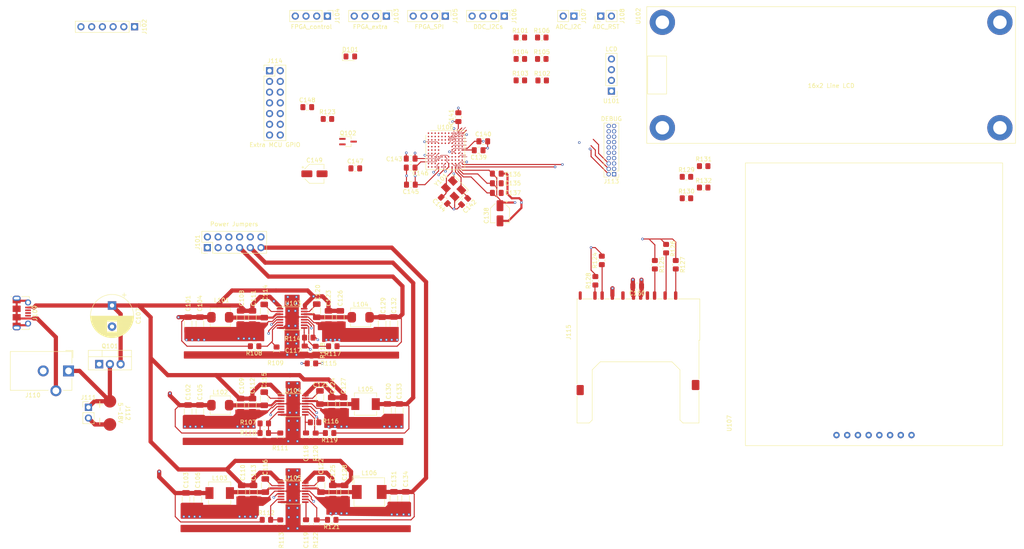
<source format=kicad_pcb>
(kicad_pcb (version 20211014) (generator pcbnew)
  (layers (0 "F.Cu" signal) (1 "In1.Cu" signal) (2 "In2.Cu" signal) (3 "In3.Cu" signal) (4 "In4.Cu" signal) (31 "B.Cu" signal) (34 "B.Paste" user) (35 "F.Paste" user) (36 "B.SilkS" user "B.Silkscreen") (37 "F.SilkS" user "F.Silkscreen") (38 "B.Mask" user) (39 "F.Mask" user) (44 "Edge.Cuts" user))
  (net 0 "")
  (net 1 "/Power Circuit/1V0")
  (net 2 "GND")
  (net 3 "/Power Circuit/1V9")
  (net 4 "/Power Circuit/3V3ADC")
  (net 5 "Net-(C107-Pad1)")
  (net 6 "Net-(C114-Pad1)")
  (net 7 "Net-(C114-Pad2)")
  (net 8 "Net-(C115-Pad1)")
  (net 9 "Net-(C115-Pad2)")
  (net 10 "Net-(C116-Pad1)")
  (net 11 "Net-(C116-Pad2)")
  (net 12 "Net-(C117-Pad2)")
  (net 13 "Net-(C118-Pad2)")
  (net 14 "Net-(C119-Pad2)")
  (net 15 "Net-(C120-Pad1)")
  (net 16 "Net-(C120-Pad2)")
  (net 17 "Net-(C121-Pad1)")
  (net 18 "Net-(C121-Pad2)")
  (net 19 "Net-(C122-Pad1)")
  (net 20 "Net-(C122-Pad2)")
  (net 21 "/Power Circuit/1V8")
  (net 22 "/Power Circuit/3V3")
  (net 23 "/Power Circuit/5V0")
  (net 24 "+3.3V")
  (net 25 "Net-(C139-Pad2)")
  (net 26 "Net-(C142-Pad1)")
  (net 27 "Net-(C144-Pad1)")
  (net 28 "Net-(D101-Pad1)")
  (net 29 "Net-(D101-Pad2)")
  (net 30 "+1V0")
  (net 31 "+1V8")
  (net 32 "+1V9")
  (net 33 "+3.3VADC")
  (net 34 "+5V")
  (net 35 "/MCU/MF-IO0")
  (net 36 "/MCU/MF-IO1")
  (net 37 "/MCU/MF-IO2")
  (net 38 "/MCU/MF-IO3")
  (net 39 "/MCU/FPGA_CONFIG_DONE")
  (net 40 "/MCU/FPGA_PROGRAM_B")
  (net 41 "/MCU/FPGA_INIT_B")
  (net 42 "/MCU/CMU_CLK#0")
  (net 43 "/MCU/SPI0_CS")
  (net 44 "/MCU/SPI0_MISO")
  (net 45 "/MCU/SPI0_MOSI")
  (net 46 "/MCU/SPI0_CLK")
  (net 47 "/MCU/I2C0_SDA#1")
  (net 48 "/MCU/I2C0_SCL#1")
  (net 49 "/MCU/I2C0_SDA#2")
  (net 50 "/MCU/I2C0_SCL#2")
  (net 51 "/MCU/I2C1_SDA")
  (net 52 "/MCU/I2C1_SCL")
  (net 53 "/MCU/ADC0_RST")
  (net 54 "/MCU/ADC1_RST")
  (net 58 "Net-(J109-Pad5)")
  (net 59 "Net-(J110-Pad1)")
  (net 60 "Net-(J113-Pad2)")
  (net 61 "Net-(J113-Pad4)")
  (net 62 "Net-(J113-Pad6)")
  (net 65 "Net-(J113-Pad10)")
  (net 71 "Net-(J114-Pad2)")
  (net 72 "Net-(J114-Pad4)")
  (net 73 "Net-(J114-Pad5)")
  (net 74 "Net-(J114-Pad6)")
  (net 75 "Net-(J114-Pad7)")
  (net 76 "Net-(J114-Pad8)")
  (net 77 "Net-(J114-Pad9)")
  (net 78 "Net-(J114-Pad10)")
  (net 79 "Net-(J114-Pad11)")
  (net 80 "Net-(J114-Pad12)")
  (net 81 "Net-(J114-Pad13)")
  (net 82 "Net-(J114-Pad14)")
  (net 83 "/MCU/SPI1_CS")
  (net 84 "/MCU/SPI1_MOSI")
  (net 85 "/MCU/SPI1_CLK")
  (net 86 "/MCU/SPI1_MISO")
  (net 87 "Net-(J115-Pad8)")
  (net 88 "Net-(J115-Pad9)")
  (net 93 "Net-(Q102-Pad1)")
  (net 94 "Net-(R107-Pad2)")
  (net 95 "Net-(R108-Pad2)")
  (net 96 "Net-(R112-Pad2)")
  (net 97 "Net-(R114-Pad2)")
  (net 98 "Net-(R115-Pad2)")
  (net 99 "Net-(R116-Pad2)")
  (net 100 "Net-(R117-Pad2)")
  (net 101 "Net-(R120-Pad1)")
  (net 102 "Net-(R121-Pad2)")
  (net 103 "Net-(R129-Pad1)")
  (net 104 "/Button Panel/R2")
  (net 105 "Net-(R130-Pad1)")
  (net 106 "/Button Panel/R0")
  (net 107 "Net-(R131-Pad1)")
  (net 108 "/Button Panel/R3")
  (net 109 "Net-(R132-Pad1)")
  (net 110 "/Button Panel/R1")
  (net 114 "/Button Panel/C0")
  (net 115 "/Button Panel/C3")
  (net 116 "/Button Panel/C1")
  (net 117 "/Button Panel/C2")
  (footprint "Connector_PinHeader_2.54mm:PinHeader_1x02_P2.54mm_Vertical" (layer "F.Cu") (at 57.658 110.506)
    (fp_text reference "J111")
    (fp_text value "PowerIn")
  )
  (footprint "centrifuge_mcu:L_Sumida_CR75" (layer "F.Cu") (at 88.9 109.998)
    (fp_text reference "L102")
    (fp_text value "1.5u")
  )
  (footprint "Capacitor_SMD:C_1206_3216Metric_Pad1.33x1.80mm_HandSolder" (layer "F.Cu") (at 127.254 90.694 -90)
    (fp_text reference "C129")
    (fp_text value "22u")
  )
  (footprint "Connector_PinHeader_2.54mm:PinHeader_2x06_P2.54mm_Vertical" (layer "F.Cu") (at 85.852 72.665 90)
    (fp_text reference "J101")
    (fp_text value "Power Jumpers")
  )
  (footprint "Capacitor_SMD:C_1206_3216Metric_Pad1.33x1.80mm_HandSolder" (layer "F.Cu") (at 81.28 90.694 -90)
    (fp_text reference "C101")
    (fp_text value "22u")
  )
  (footprint "Capacitor_SMD:C_0805_2012Metric_Pad1.18x1.45mm_HandSolder" (layer "F.Cu") (at 154.432 59.69)
    (fp_text reference "C137")
    (fp_text value "100n")
  )
  (footprint "Resistor_SMD:R_0805_2012Metric_Pad1.20x1.40mm_HandSolder" (layer "F.Cu") (at 99.33 114.316)
    (fp_text reference "R107")
    (fp_text value "5.6M")
  )
  (footprint "Capacitor_SMD:C_1206_3216Metric_Pad1.33x1.80mm_HandSolder" (layer "F.Cu") (at 96.52 89.2085 -90)
    (fp_text reference "C111")
    (fp_text value "100n")
  )
  (footprint "Capacitor_SMD:C_1206_3216Metric_Pad1.33x1.80mm_HandSolder" (layer "F.Cu") (at 99.314 108.474 -90)
    (fp_text reference "C115")
    (fp_text value "100n")
  )
  (footprint "Connector_PinHeader_2.54mm:PinHeader_1x02_P2.54mm_Vertical" (layer "F.Cu") (at 172.72 17.78 -90)
    (fp_text reference "J107")
    (fp_text value "ADC_I2C")
  )
  (footprint "Capacitor_SMD:C_1206_3216Metric_Pad1.33x1.80mm_HandSolder" (layer "F.Cu") (at 118.11 109.744 -90)
    (fp_text reference "C127")
    (fp_text value "100n")
  )
  (footprint "Capacitor_SMD:C_1206_3216Metric_Pad1.33x1.80mm_HandSolder" (layer "F.Cu") (at 99.314 87.6845 -90)
    (fp_text reference "C114")
    (fp_text value "100n")
  )
  (footprint "Connector_USB:USB_Micro-B_Molex-105017-0001" (layer "F.Cu") (at 41.8775 88.154 -90)
    (fp_text reference "J109")
    (fp_text value "USB_B_Micro")
  )
  (footprint "Resistor_SMD:R_0805_2012Metric_Pad1.20x1.40mm_HandSolder" (layer "F.Cu") (at 196.85 76.708 -90)
    (fp_text reference "R127")
    (fp_text value "10k")
  )
  (footprint "Resistor_SMD:R_0805_2012Metric_Pad1.20x1.40mm_HandSolder" (layer "F.Cu") (at 160.02 33.02)
    (fp_text reference "R103")
    (fp_text value "2.2k")
  )
  (footprint "Resistor_SMD:R_0805_2012Metric_Pad1.20x1.40mm_HandSolder" (layer "F.Cu") (at 111.76 138.192 -90)
    (fp_text reference "R122")
    (fp_text value "22.1k")
  )
  (footprint "Capacitor_SMD:C_0805_2012Metric_Pad1.18x1.45mm_HandSolder" (layer "F.Cu") (at 108.917 97.0225 90)
    (fp_text reference "C117")
    (fp_text value "1u")
  )
  (footprint "Capacitor_SMD:C_1206_3216Metric_Pad1.33x1.80mm_HandSolder" (layer "F.Cu") (at 81.28 111.522 -90)
    (fp_text reference "C102")
    (fp_text value "22u")
  )
  (footprint "centrifuge_mcu:Adafruit 3844" (layer "F.Cu") (at 243.84 117.09)
    (fp_text reference "U107")
    (fp_text value "4x4_keyboard")
  )
  (footprint "Capacitor_SMD:C_0805_2012Metric_Pad1.18x1.45mm_HandSolder" (layer "F.Cu") (at 141.986 61.468 -45)
    (fp_text reference "C144")
    (fp_text value "12p")
  )
  (footprint "Connector_PinHeader_2.54mm:PinHeader_2x07_P2.54mm_Vertical" (layer "F.Cu") (at 100.579 30.729)
    (fp_text reference "J114")
    (fp_text value "Extra MCU GPIO")
  )
  (footprint "Connector_BarrelJack:BarrelJack_CUI_PJ-102AH_Horizontal" (layer "F.Cu") (at 52.936 101.882 -90)
    (fp_text reference "J110")
    (fp_text value "Barrel_Jack")
  )
  (footprint "Resistor_SMD:R_0805_2012Metric_Pad1.20x1.40mm_HandSolder" (layer "F.Cu") (at 97.044 96.028)
    (fp_text reference "R108")
    (fp_text value "6.81k")
  )
  (footprint "centrifuge_mcu:TSSOP-16-1EP_4.4x5mm_P0.65mm_EP3x3mm_ThermalVias_EXTRA" (layer "F.Cu") (at 106.172 130.698)
    (fp_text reference "U105")
    (fp_text value "TPS54294")
  )
  (footprint "Capacitor_SMD:C_0805_2012Metric_Pad1.18x1.45mm_HandSolder" (layer "F.Cu") (at 154.432 55.118)
    (fp_text reference "C136")
    (fp_text value "100n")
  )
  (footprint "Capacitor_SMD:C_1206_3216Metric_Pad1.33x1.80mm_HandSolder" (layer "F.Cu") (at 111.76 87.6075 -90)
    (fp_text reference "C120")
    (fp_text value "100n")
  )
  (footprint "centrifuge_mcu:L_Sumida_CR75" (layer "F.Cu") (at 88.9 89.17)
    (fp_text reference "L101")
    (fp_text value "1.5u")
  )
  (footprint "Connector_PinHeader_2.54mm:PinHeader_1x04_P2.54mm_Vertical" (layer "F.Cu") (at 156.21 17.78 -90)
    (fp_text reference "J106")
    (fp_text value "DDC_I2Cs")
  )
  (footprint "Capacitor_SMD:C_1206_3216Metric_Pad1.33x1.80mm_HandSolder" (layer "F.Cu") (at 96.774 130.572 -90)
    (fp_text reference "C113")
    (fp_text value "100n")
  )
  (footprint "Capacitor_SMD:C_1206_3216Metric_Pad1.33x1.80mm_HandSolder" (layer "F.Cu") (at 93.726 109.998 -90)
    (fp_text reference "C109")
    (fp_text value "10u")
  )
  (footprint "Connector_PinHeader_2.54mm:PinHeader_1x04_P2.54mm_Vertical" (layer "F.Cu") (at 114.3 17.78 -90)
    (fp_text reference "J104")
    (fp_text value "FPGA_control")
  )
  (footprint "Capacitor_SMD:C_1206_3216Metric_Pad1.33x1.80mm_HandSolder" (layer "F.Cu") (at 84.074 90.694 -90)
    (fp_text reference "C104")
    (fp_text value "22u")
  )
  (footprint "Resistor_SMD:R_0805_2012Metric_Pad1.20x1.40mm_HandSolder" (layer "F.Cu") (at 111.252 114.062)
    (fp_text reference "R116")
    (fp_text value "100k")
  )
  (footprint "Resistor_SMD:R_0805_2012Metric_Pad1.20x1.40mm_HandSolder" (layer "F.Cu") (at 102.242 97.214 -90)
    (fp_text reference "R109")
    (fp_text value "22.1k")
  )
  (footprint "Resistor_SMD:R_0805_2012Metric_Pad1.20x1.40mm_HandSolder" (layer "F.Cu") (at 110.506 100.092)
    (fp_text reference "R115")
    (fp_text value "100k")
  )
  (footprint "Capacitor_SMD:C_0805_2012Metric_Pad1.18x1.45mm_HandSolder" (layer "F.Cu") (at 150.1325 49.58 180)
    (fp_text reference "C139")
    (fp_text value "1u")
  )
  (footprint "Capacitor_SMD:C_1206_3216Metric_Pad1.33x1.80mm_HandSolder" (layer "F.Cu") (at 96.52 109.998 -90)
    (fp_text reference "C112")
    (fp_text value "100n")
  )
  (footprint "Capacitor_SMD:C_1206_3216Metric_Pad1.33x1.80mm_HandSolder" (layer "F.Cu") (at 80.772 132.35 -90)
    (fp_text reference "C103")
    (fp_text value "22u")
  )
  (footprint "centrifuge_mcu:L_Sumida_CR75" (layer "F.Cu") (at 122.174 89.17)
    (fp_text reference "L104")
    (fp_text value "1.5u")
  )
  (footprint "Capacitor_SMD:C_0805_2012Metric_Pad1.18x1.45mm_HandSolder" (layer "F.Cu") (at 109.22 117.618 90)
    (fp_text reference "C118")
    (fp_text value "1u")
  )
  (footprint "Resistor_SMD:R_0805_2012Metric_Pad1.20x1.40mm_HandSolder" (layer "F.Cu") (at 103.124 138.192 -90)
    (fp_text reference "R113")
    (fp_text value "22.1k")
  )
  (footprint "centrifuge_mcu:TSSOP-16-1EP_4.4x5mm_P0.65mm_EP3x3mm_ThermalVias_EXTRA" (layer "F.Cu") (at 105.918 89.424)
    (fp_text reference "U103")
    (fp_text value "TPS54294")
  )
  (footprint "Package_TO_SOT_SMD:SOT-323_SC-70_Handsoldering" (layer "F.Cu") (at 119.174 47.534)
    (fp_text reference "Q102")
    (fp_text value "Q_NMOS_GSD")
  )
  (footprint "Resistor_SMD:R_0805_2012Metric_Pad1.20x1.40mm_HandSolder" (layer "F.Cu") (at 109.871 93.996)
    (fp_text reference "R114")
    (fp_text value "100k")
  )
  (footprint "Inductor_SMD:L_Vishay_IHLP-2020" (layer "F.Cu") (at 88.7595 130.826)
    (fp_text reference "L103")
    (fp_text value "2.2u")
  )
  (footprint "Resistor_SMD:R_0805_2012Metric_Pad1.20x1.40mm_HandSolder" (layer "F.Cu") (at 194.564 72.898 -90)
    (fp_text reference "R126")
    (fp_text value "10k")
  )
  (footprint "Capacitor_THT:CP_Radial_D10.0mm_P5.00mm" (layer "F.Cu") (at 63.246 86.376 -90)
    (fp_text reference "C107")
    (fp_text value "100u")
  )
  (footprint "Connector_PinHeader_2.54mm:PinHeader_1x06_P2.54mm_Vertical" (layer "F.Cu") (at 68.58 20.32 -90)
    (fp_text reference "J102")
    (fp_text value "FPGA_Power")
  )
  (footprint "Capacitor_SMD:C_1206_3216Metric_Pad1.33x1.80mm_HandSolder" (layer "F.Cu") (at 99.568 129.048 -90)
    (fp_text reference "C116")
    (fp_text value "100n")
  )
  (footprint "Resistor_SMD:R_0805_2012Metric_Pad1.20x1.40mm_HandSolder" (layer "F.Cu") (at 99.838 137.176)
    (fp_text reference "R112")
    (fp_text value "73.2k")
  )
  (footprint "Connector_Card:SD_Kyocera_145638009511859+" (layer "F.Cu") (at 187.452 96.52)
    (fp_text reference "J115")
    (fp_text value "SD_Card")
  )
  (footprint "Connector_PinHeader_2.54mm:PinHeader_1x02_P2.54mm_Vertical" (layer "F.Cu") (at 179.07 17.78 90)
    (fp_text reference "J108")
    (fp_text value "ADC_RST")
  )
  (footprint "Resistor_SMD:R_0805_2012Metric_Pad1.20x1.40mm_HandSolder" (layer "F.Cu") (at 177.8 80.518 90)
    (fp_text reference "R128")
    (fp_text value "10k")
  )
  (footprint "Resistor_SMD:R_0805_2012Metric_Pad1.20x1.40mm_HandSolder" (layer "F.Cu") (at 111.506 117.618 -90)
    (fp_text reference "R120")
    (fp_text value "22.1k")
  )
  (footprint "Diode_SMD:D_0805_2012Metric_Pad1.15x1.40mm_HandSolder" (layer "F.Cu") (at 119.7225 27.35)
    (fp_text reference "D101")
    (fp_text value "LED_YELLOW_2V_20mA")
  )
  (footprint "Capacitor_SMD:C_0805_2012Metric_Pad1.18x1.45mm_HandSolder" (layer "F.Cu") (at 109.22 138.192 90)
    (fp_text reference "C119")
    (fp_text value "1u")
  )
  (footprint "Resistor_SMD:R_0805_2012Metric_Pad1.20x1.40mm_HandSolder" (layer "F.Cu") (at 115.316 137.176 180)
    (fp_text reference "R121")
    (fp_text value "124k")
  )
  (footprint "Package_TO_SOT_THT:TO-220-3_Vertical" (layer "F.Cu") (at 60.198 100.275)
    (fp_text reference "Q101")
    (fp_text value "Q_PMOS_DGS")
  )
  (footprint "Capacitor_SMD:C_1206_3216Metric_Pad1.33x1.80mm_HandSolder" (layer "F.Cu") (at 84.074 111.522 -90)
    (fp_text reference "C105")
    (fp_text value "22u")
  )
  (footprint "centrifuge_mcu:TSSOP-16-1EP_4.4x5mm_P0.65mm_EP3x3mm_ThermalVias_EXTRA" (layer "F.Cu") (at 106.172 109.998)
    (fp_text reference "U104")
    (fp_text value "TPS54294")
  )
  (footprint "Capacitor_SMD:C_1206_3216Metric_Pad1.33x1.80mm_HandSolder" (layer "F.Cu") (at 93.726 89.2085 -90)
    (fp_text reference "C108")
    (fp_text value "10u")
  )
  (footprint "Connector_PinHeader_2.54mm:PinHeader_1x04_P2.54mm_Vertical" (layer "F.Cu") (at 128.27 17.78 -90)
    (fp_text reference "J103")
    (fp_text value "FPGA_extra")
  )
  (footprint "Connector_PinHeader_2.54mm:PinHeader_1x04_P2.54mm_Vertical" (layer "F.Cu") (at 142.24 17.78 -90)
    (fp_text reference "J105")
    (fp_text value "FPGA_SPI")
  )
  (footprint "Capacitor_SMD:C_1206_3216Metric_Pad1.33x1.80mm_HandSolder" (layer "F.Cu") (at 115.57 130.572 -90)
    (fp_text reference "C125")
    (fp_text value "10u")
  )
  (footprint "Capacitor_SMD:C_1206_3216Metric_Pad1.33x1.80mm_HandSolder" (layer "F.Cu") (at 128.524 111.268 -90)
    (fp_text reference "C130")
    (fp_text value "22u")
  )
  (footprint "Resistor_SMD:R_0805_2012Metric_Pad1.20x1.40mm_HandSolder" (layer "F.Cu") (at 203.47 58.42)
    (fp_text reference "R132")
    (fp_text value "10k")
  )
  (footprint "Capacitor_SMD:C_0805_2012Metric_Pad1.18x1.45mm_HandSolder" (layer "F.Cu") (at 145.33 41.74 90)
    (fp_text reference "C141")
    (fp_text value "100n")
  )
  (footprint "Capacitor_SMD:C_1206_3216Metric_Pad1.33x1.80mm_HandSolder" (layer "F.Cu") (at 130.048 132.096 -90)
    (fp_text reference "C131")
    (fp_text value "22u")
  )
  (footprint "Capacitor_SMD:C_0805_2012Metric_Pad1.18x1.45mm_HandSolder" (layer "F.Cu") (at 134.07 57.74 180)
    (fp_text reference "C145")
    (fp_text value "100n")
  )
  (footprint "Resistor_SMD:R_0805_2012Metric_Pad1.20x1.40mm_HandSolder" (layer "F.Cu") (at 203.47 53.34)
    (fp_text reference "R131")
    (fp_text value "10k")
  )
  (footprint "Capacitor_SMD:C_1206_3216Metric_Pad1.33x1.80mm_HandSolder" (layer "F.Cu") (at 131.318 111.268 -90)
    (fp_text reference "C133")
    (fp_text value "22u")
  )
  (footprint "Capacitor_SMD:C_1206_3216Metric_Pad1.33x1.80mm_HandSolder" (layer "F.Cu") (at 83.566 132.35 -90)
    (fp_text reference "C106")
    (fp_text value "22u")
  )
  (footprint "Capacitor_SMD:C_1206_3216Metric_Pad1.33x1.80mm_HandSolder" (layer "F.Cu") (at 93.98 130.572 -90)
    (fp_text reference "C110")
    (fp_text value "10u")
  )
  (footprint "Resistor_SMD:R_0805_2012Metric_Pad1.20x1.40mm_HandSolder" (layer "F.Cu") (at 115.57 96.028 180)
    (fp_text reference "R117")
    (fp_text value "30.1k")
  )
  (footprint "centrifuge_mcu:BGA-112_9.0x9.0mm_Layout11x11_P0.8mm_Ball0.4mm_Pad0.35mm_NSMD" (layer "F.Cu") (at 142.24 49.53)
    (fp_text reference "U106")
    (fp_text value "EFM32GG990F1024")
  )
  (footprint "Capacitor_SMD:C_0805_2012Metric_Pad1.18x1.45mm_HandSolder" (layer "F.Cu") (at 134.0225 51.56 180)
    (fp_text reference "C143")
    (fp_text value "100n")
  )
  (footprint "Resistor_SMD:R_0805_2012Metric_Pad1.20x1.40mm_HandSolder" (layer "F.Cu") (at 165.19 33.04)
    (fp_text reference "R102")
    (fp_text value "2.2k")
  )
  (footprint "Capacitor_SMD:C_0805_2012Metric_Pad1.18x1.45mm_HandSolder" (layer "F.Cu") (at 151.23 47.46)
    (fp_text reference "C140")
    (fp_text value "100n")
  )
  (footprint "Capacitor_SMD:C_0805_2012Metric_Pad1.18x1.45mm_HandSolder" (layer "F.Cu") (at 154.432 57.404)
    (fp_text reference "C135")
    (fp_text value "100n")
  )
  (footprint "Capacitor_SMD:C_0805_2012Metric_Pad1.18x1.45mm_HandSolder" (layer "F.Cu") (at 109.52 39.364)
    (fp_text reference "C148")
    (fp_text value "100n")
  )
  (footprint "Capacitor_SMD:C_1206_3216Metric_Pad1.33x1.80mm_HandSolder" (layer "F.Cu") (at 112.522 108.1815 -90)
    (fp_text reference "C121")
    (fp_text value "100n")
  )
  (footprint "Resistor_SMD:R_0805_2012Metric_Pad1.20x1.40mm_HandSolder" (layer "F.Cu") (at 103.124 117.602 -90)
    (fp_text reference "R111")
    (fp_text value "22.1k")
  )
  (footprint "Capacitor_SMD:C_1206_3216Metric_Pad1.33x1.80mm_HandSolder" (layer "F.Cu") (at 130.048 90.6555 -90)
    (fp_text reference "C132")
    (fp_text value "22u")
  )
  (footprint "Resistor_SMD:R_0805_2012Metric_Pad1.20x1.40mm_HandSolder" (layer "F.Cu") (at 99.33 116.602)
    (fp_text reference "R110")
    (fp_text value "33k")
  )
  (footprint "Resistor_SMD:R_0805_2012Metric_Pad1.20x1.40mm_HandSolder" (layer "F.Cu") (at 179.324 75.692 90)
    (fp_text reference "R124")
    (fp_text value "10k")
  )
  (footprint "Capacitor_SMD:C_1206_3216Metric_Pad1.33x1.80mm_HandSolder" (layer "F.Cu") (at 114.554 89.2085 -90)
    (fp_text reference "C123")
    (fp_text value "10u")
  )
  (footprint "Resistor_SMD:R_0805_2012Metric_Pad1.20x1.40mm_HandSolder" (layer "F.Cu") (at 160.02 22.86)
    (fp_text reference "R101")
    (fp_text value "2.2k")
  )
  (footprint "Capacitor_SMD:C_0805_2012Metric_Pad1.18x1.45mm_HandSolder" (layer "F.Cu") (at 134.02 53.7 180)
    (fp_text reference "C146")
    (fp_text value "100n")
  )
  (footprint "Capacitor_SMD:CP_Elec_4x5.4" (layer "F.Cu") (at 155.194 64.516 -90)
    (fp_text reference "C138")
    (fp_text value "10u")
  )
  (footprint "Capacitor_SMD:C_1206_3216Metric_Pad1.33x1.80mm_HandSolder" (layer "F.Cu") (at 132.842 132.096 -90)
    (fp_text reference "C134")
    (fp_text value "22u")
  )
  (footprint "Resistor_SMD:R_0805_2012Metric_Pad1.20x1.40mm_HandSolder" (layer "F.Cu") (at 160.02 27.94)
    (fp_text reference "R104")
    (fp_text value "2.2k")
  )
  (footprint "Resistor_SMD:R_0805_2012Metric_Pad1.20x1.40mm_HandSolder" (layer "F.Cu") (at 199.39 60.96)
    (fp_text reference "R130")
    (fp_text value "10k")
  )
  (footprint "Resistor_SMD:R_0805_2012Metric_Pad1.20x1.40mm_HandSolder" (layer "F.Cu") (at 199.39 55.88)
    (fp_text reference "R129")
    (fp_text value "10k")
  )
  (footprint "Inductor_SMD:L_Vishay_IHLP-2020" (layer "F.Cu") (at 123.3305 109.744)
    (fp_text reference "L105")
    (fp_text value "2.2u")
  )
  (footprint "Capacitor_SMD:C_1206_3216Metric_Pad1.33x1.80mm_HandSolder" (layer "F.Cu") (at 115.316 109.744 -90)
    (fp_text reference "C124")
    (fp_text value "10u")
  )
  (footprint "Capacitor_SMD:CP_Elec_4x5.4" (layer "F.Cu") (at 111.22 55.16)
    (fp_text reference "C149")
    (fp_text value "10u")
  )
  (footprint "Capacitor_SMD:C_1206_3216Metric_Pad1.33x1.80mm_HandSolder" (layer "F.Cu") (at 112.776 129.048 -90)
    (fp_text reference "C122")
    (fp_text value "100n")
  )
  (footprint "Resistor_SMD:R_0805_2012Metric_Pad1.20x1.40mm_HandSolder" (layer "F.Cu") (at 191.897 76.708 -90)
    (fp_text reference "R125")
    (fp_text value "10k")
  )
  (footprint "centrifuge_mcu:DFR0555" (layer "F.Cu") (at 233.68 31.75)
    (fp_text reference "U102")
    (fp_text value "LCD16x2L")
  )
  (footprint "Connector_PinHeader_1.27mm:PinHeader_2x10_P1.27mm_Vertical" (layer "F.Cu") (at 182.235 55.255 180)
    (fp_text reference "J113")
    (fp_text value "DEBUG")
  )
  (footprint "Capacitor_SMD:C_1206_3216Metric_Pad1.33x1.80mm_HandSolder" (layer "F.Cu") (at 117.348 89.2085 -90)
    (fp_text reference "C126")
    (fp_text value "100n")
  )
  (footprint "Resistor_SMD:R_0805_2012Metric_Pad1.20x1.40mm_HandSolder" (layer "F.Cu") (at 114.808 116.602 180)
    (fp_text reference "R119")
    (fp_text value "73.2k")
  )
  (footprint "Capacitor_SMD:C_0805_2012Metric_Pad1.18x1.45mm_HandSolder" (layer "F.Cu") (at 120.904 53.874)
    (fp_text reference "C147")
    (fp_text value "100n")
  )
  (footprint "Connector_PinHeader_2.54mm:PinHeader_1x04_P2.54mm_Vertical" (layer "F.Cu") (at 181.61 35.56 180)
    (fp_text reference "U101")
    (fp_text value "LCD")
  )
  (footprint "Resistor_SMD:R_0805_2012Metric_Pad1.20x1.40mm_HandSolder" (layer "F.Cu") (at 111.506 97.044 -90)
    (fp_text reference "R118")
    (fp_text value "22.1k")
  )
  (footprint "centrifuge_mcu:PowerPads" (layer "F.Cu") (at 62.738 111.82 -90)
    (fp_text reference "J112")
    (fp_text value "PowerPads")
  )
  (footprint "Resistor_SMD:R_0805_2012Metric_Pad1.20x1.40mm_HandSolder" (layer "F.Cu") (at 114.3 42.164)
    (fp_text reference "R123")
    (fp_text value "62")
  )
  (footprint "Capacitor_SMD:C_1206_3216Metric_Pad1.33x1.80mm_HandSolder" (layer "F.Cu") (at 118.364 130.572 -90)
    (fp_text reference "C128")
    (fp_text value "100n")
  )
  (footprint "Resistor_SMD:R_0805_2012Metric_Pad1.20x1.40mm_HandSolder" (layer "F.Cu") (at 165.1 27.94)
    (fp_text reference "R105")
    (fp_text value "2.2k")
  )
  (footprint "Capacitor_SMD:C_0805_2012Metric_Pad1.18x1.45mm_HandSolder" (layer "F.Cu") (at 146.812 61.722 -135)
    (fp_text reference "C142")
    (fp_text value "12p")
  )
  (footprint "Capacitor_SMD:C_0805_2012Metric_Pad1.18x1.45mm_HandSolder" (layer "F.Cu") (at 187.706 81.788 180)
    (fp_text reference "C150")
    (fp_text value "100n")
  )
  (footprint "Resistor_SMD:R_0805_2012Metric_Pad1.20x1.40mm_HandSolder" (layer "F.Cu") (at 165.1 22.86)
    (fp_text reference "R106")
    (fp_text value "2.2k")
  )
  (footprint "centrifuge_mcu:L_TDK_7065" (layer "F.Cu") (at 124.206 130.572)
    (fp_text reference "L106")
    (fp_text value "3.3u")
  )
  (footprint "centrifuge_mcu:Crystal_SMD_TXC_7M-4Pin_3.2x2.5mm_TIGHT" (layer "F.Cu") (at 144.211522 58.715868 135)
    (fp_text reference "Y101")
    (fp_text value "VXM7-1366-48M0000000")
  )
  (segment (start 79.756 90.186) (end 79.756 94.758) (width 0.25) (layer "F.Cu") (net 1))
  (segment (start 79.756 94.758) (end 81.026 96.028) (width 0.25) (layer "F.Cu") (net 1))
  (segment (start 87.308 89.17) (end 86.8 89.17) (width 1) (layer "F.Cu") (net 1))
  (segment (start 81.026 96.028) (end 96.044 96.028) (width 0.25) (layer "F.Cu") (net 1))
  (segment (start 86.7615 89.1315) (end 80.8105 89.1315) (width 1) (layer "F.Cu") (net 1))
  (segment (start 80.8105 89.1315) (end 79.756 90.186) (width 0.25) (layer "F.Cu") (net 1))
  (segment (start 80.8105 89.1315) (end 79.0325 89.1315) (width 1) (layer "F.Cu") (net 1))
  (segment (start 79.0325 89.1315) (end 78.994 89.17) (width 1) (layer "F.Cu") (net 1))
  (segment (start 86.8 89.17) (end 86.7615 89.1315) (width 1) (layer "F.Cu") (net 1))
  (via (at 78.994 89.17) (size 0.6) (drill 0.3) (layers "F.Cu" "B.Cu") (net 1))
  (segment (start 147.3 52.36) (end 147.2925 52.3675) (width 0.125) (layer "F.Cu") (net 2))
  (segment (start 110.610683 109.673) (end 111.697683 110.76) (width 0.25) (layer "F.Cu") (net 2))
  (segment (start 108.793 89.099) (end 109.743529 89.099) (width 0.25) (layer "F.Cu") (net 2))
  (segment (start 107.513 89.099) (end 107.238 88.824) (width 0.25) (layer "F.Cu") (net 2))
  (segment (start 157.988 60.96) (end 159.766 60.96) (width 0.5) (layer "F.Cu") (net 2))
  (segment (start 59.182 114.57) (end 57.658 113.046) (width 1) (layer "F.Cu") (net 2))
  (segment (start 144.245246 55.148568) (end 144.25339 55.156712) (width 0.25) (layer "F.Cu") (net 2))
  (segment (start 108.793 89.099) (end 107.513 89.099) (width 0.25) (layer "F.Cu") (net 2))
  (segment (start 62.738 114.57) (end 59.182 114.57) (width 1) (layer "F.Cu") (net 2))
  (segment (start 104.323 89.099) (end 104.643 89.099) (width 0.25) (layer "F.Cu") (net 2))
  (segment (start 132.985 50.195) (end 132.99 50.19) (width 0.25) (layer "F.Cu") (net 2))
  (segment (start 144.442264 63.329736) (end 144.442264 60.826956) (width 0.25) (layer "F.Cu") (net 2))
  (segment (start 188.722 80.264) (end 188.722 81.7665) (width 1) (layer "F.Cu") (net 2))
  (segment (start 100.33 90.186) (end 99.822 90.694) (width 0.25) (layer "F.Cu") (net 2))
  (segment (start 160.274 63.246) (end 157.204 66.316) (width 0.5) (layer "F.Cu") (net 2))
  (segment (start 144.2775 45.6425) (end 144.2775 44.4225) (width 0.125) (layer "F.Cu") (net 2))
  (segment (start 144.22 49.95) (end 144.08 49.95) (width 0.125) (layer "F.Cu") (net 2))
  (segment (start 144.64 50.33) (end 144.26 49.95) (width 0.125) (layer "F.Cu") (net 2))
  (segment (start 144.64 49.53) (end 144.22 49.95) (width 0.125) (layer "F.Cu") (net 2))
  (segment (start 104.897 109.673) (end 105.172 109.398) (width 0.25) (layer "F.Cu") (net 2))
  (segment (start 160.274 61.976) (end 160.274 63.246) (width 0.5) (layer "F.Cu") (net 2))
  (segment (start 103.043 91.699) (end 103.910462 91.699) (width 0.5) (layer "F.Cu") (net 2))
  (segment (start 110.037 130.373) (end 112.522 132.858) (width 0.25) (layer "F.Cu") (net 2))
  (segment (start 140.2775 53.9725) (end 140.2775 53.0925) (width 0.125) (layer "F.Cu") (net 2))
  (segment (start 143.55 46.33) (end 143.84 46.33) (width 0.125) (layer "F.Cu") (net 2))
  (segment (start 181.832 84.02) (end 181.832 82.328) (width 1) (layer "F.Cu") (net 2))
  (segment (start 145.034 63.5) (end 144.018 63.5) (width 0.25) (layer "F.Cu") (net 2))
  (segment (start 107.238 88.824) (end 106.918 88.824) (width 0.25) (layer "F.Cu") (net 2))
  (segment (start 109.047 130.373) (end 110.037 130.373) (width 0.25) (layer "F.Cu") (net 2))
  (segment (start 99.822 90.694) (end 99.06 90.694) (width 0.25) (layer "F.Cu") (net 2))
  (segment (start 112.522 132.858) (end 113.03 132.858) (width 0.25) (layer "F.Cu") (net 2))
  (segment (start 145.787347 46.27) (end 146.089847 45.9675) (width 0.125) (layer "F.Cu") (net 2))
  (segment (start 143.84 46.08) (end 144.2775 45.6425) (width 0.125) (layer "F.Cu") (net 2))
  (segment (start 143.84 46.33) (end 143.84 46.08) (width 0.125) (layer "F.Cu") (net 2))
  (segment (start 103.297 109.673) (end 102.194818 109.673) (width 0.25) (layer "F.Cu") (net 2))
  (segment (start 147.2025 45.9675) (end 147.28 45.89) (width 0.125) (layer "F.Cu") (net 2))
  (segment (start 137.4075 50.7675) (end 139.4025 50.7675) (width 0.125) (layer "F.Cu") (net 2))
  (segment (start 143.04 47.13) (end 143.04 46.84) (width 0.125) (layer "F.Cu") (net 2))
  (segment (start 143.1875 46.6925) (end 143.190153 46.6925) (width 0.125) (layer "F.Cu") (net 2))
  (segment (start 104.897 130.373) (end 105.172 130.098) (width 0.25) (layer "F.Cu") (net 2))
  (segment (start 133.0325 55.6375) (end 133.0325 57.74) (width 0.25) (layer "F.Cu") (net 2))
  (segment (start 103.297 109.673) (end 104.897 109.673) (width 0.25) (layer "F.Cu") (net 2))
  (segment (start 104.697 112.273) (end 105.172 111.798) (width 0.5) (layer "F.Cu") (net 2))
  (segment (start 109.047 130.373) (end 107.447 130.373) (width 0.25) (layer "F.Cu") (net 2))
  (segment (start 140.2775 53.0925) (end 140.64 52.73) (width 0.125) (layer "F.Cu") (net 2))
  (segment (start 101.799 130.373) (end 100.076 132.096) (width 0.25) (layer "F.Cu") (net 2))
  (segment (start 142.24 51.13) (end 142.6025 51.4925) (width 0.125) (layer "F.Cu") (net 2))
  (segment (start 144.08 49.95) (end 143.21 49.95) (width 0.125) (layer "F.Cu") (net 2))
  (segment (start 146.089847 45.9675) (end 147.2025 45.9675) (width 0.125) (layer "F.Cu") (net 2))
  (segment (start 111.697683 110.76) (end 112.776 110.76) (width 0.25) (layer "F.Cu") (net 2))
  (segment (start 103.043 89.099) (end 102.303356 89.099) (width 0.25) (layer "F.Cu") (net 2))
  (segment (start 142.28 54.57) (end 142.28 54.29) (width 0.25) (layer "F.Cu") (net 2))
  (segment (start 145.8025 52.3675) (end 145.44 52.73) (width 0.125) (layer "F.Cu") (net 2))
  (segment (start 101.216356 90.186) (end 100.33 90.186) (width 0.25) (layer "F.Cu") (net 2))
  (segment (start 103.043 89.099) (end 104.323 89.099) (width 0.25) (layer "F.Cu") (net 2))
  (segment (start 156.972 55.372) (end 156.972 59.944) (width 0.5) (layer "F.Cu") (net 2))
  (segment (start 144.25339 55.156712) (end 144.25339 57.15) (width 0.25) (layer "F.Cu") (net 2))
  (segment (start 142.6025 51.4925) (end 142.6025 52.2925) (width 0.125) (layer "F.Cu") (net 2))
  (segment (start 143.04 53.53) (end 143.04 52.73) (width 0.25) (layer "F.Cu") (net 2))
  (segment (start 102.194818 109.673) (end 101.281318 110.5865) (width 0.25) (layer "F.Cu") (net 2))
  (segment (start 155.4695 55.118) (end 156.718 55.118) (width 0.5) (layer "F.Cu") (net 2))
  (segment (start 145.44 46.33) (end 145.5 46.27) (width 0.125) (layer "F.Cu") (net 2))
  (segment (start 132.985 51.56) (end 132.985 50.195) (width 0.25) (layer "F.Cu") (net 2))
  (segment (start 152.2675 47.46) (end 152.2675 49.0725) (width 0.25) (layer "F.Cu") (net 2))
  (segment (start 107.447 109.673) (end 107.172 109.398) (width 0.25) (layer "F.Cu") (net 2))
  (segment (start 188.7435 83.8085) (end 188.532 84.02) (width 1) (layer "F.Cu") (net 2))
  (segment (start 157.204 66.316) (end 155.194 66.316) (width 0.5) (layer "F.Cu") (net 2))
  (segment (start 143.4025 46.4775) (end 143.55 46.33) (width 0.125) (layer "F.Cu") (net 2))
  (segment (start 143.190153 46.6925) (end 143.4025 46.480153) (width 0.125) (layer "F.Cu") (net 2))
  (segment (start 104.643 89.099) (end 104.918 88.824) (width 0.25) (layer "F.Cu") (net 2))
  (segment (start 139.46 54.79) (end 140.2775 53.9725) (width 0.125) (layer "F.Cu") (net 2))
  (segment (start 103.297 112.273) (end 104.697 112.273) (width 0.5) (layer "F.Cu") (net 2))
  (segment (start 152.2675 49.0725) (end 151.6775 49.0725) (width 0.25) (layer "F.Cu") (net 2))
  (segment (start 107.447 130.373) (end 107.172 130.098) (width 0.25) (layer "F.Cu") (net 2))
  (segment (start 156.972 59.944) (end 157.988 60.96) (width 0.5) (layer "F.Cu") (net 2))
  (segment (start 143.04 46.84) (end 143.1875 46.6925) (width 0.125) (layer "F.Cu") (net 2))
  (segment (start 140.2775 47.5675) (end 137.3125 47.5675) (width 0.125) (layer "F.Cu") (net 2))
  (segment (start 144.2775 44.4225) (end 144.28 44.42) (width 0.125) (layer "F.Cu") (net 2))
  (segment (start 111.084529 90.44) (end 112.268 90.44) (width 0.25) (layer "F.Cu") (net 2))
  (segment (start 188.7435 81.788) (end 188.7435 83.8085) (width 1) (layer "F.Cu") (net 2))
  (segment (start 101.281318 110.5865) (end 101.0115 110.5865) (width 0.25) (layer "F.Cu") (net 2))
  (segment (start 188.722 81.7665) (end 188.7435 81.788) (width 1) (layer "F.Cu") (net 2))
  (segment (start 102.303356 89.099) (end 101.216356 90.186) (width 0.25) (layer "F.Cu") (net 2))
  (segment (start 112.776 110.76) (end 113.284 111.268) (width 0.25) (layer "F.Cu") (net 2))
  (segment (start 109.047 109.673) (end 110.610683 109.673) (width 0.25) (layer "F.Cu") (net 2))
  (segment (start 147.2925 52.3675) (end 145.8025 52.3675) (width 0.125) (layer "F.Cu") (net 2))
  (segment (start 142.28 54.29) (end 143.04 53.53) (width 0.25) (layer "F.Cu") (net 2))
  (segment (start 101.0115 110.5865) (end 100.33 111.268) (width 0.25) (layer "F.Cu") (net 2))
  (segment (start 140.64 47.93) (end 140.2775 47.5675) (width 0.125) (layer "F.Cu") (net 2))
  (segment (start 146.078377 62.455623) (end 145.034 63.5) (width 0.25) (layer "F.Cu") (net 2))
  (segment (start 151.6775 49.0725) (end 151.17 49.58) (width 0.25) (layer "F.Cu") (net 2))
  (segment (start 109.047 109.673) (end 107.447 109.673) (width 0.25) (layer "F.Cu") (net 2))
  (segment (start 109.743529 89.099) (end 111.084529 90.44) (width 0.25) (layer "F.Cu") (net 2))
  (segment (start 156.718 55.118) (end 156.972 55.372) (width 0.5) (layer "F.Cu") (net 2))
  (segment (start 159.766 60.96) (end 160.274 61.468) (width 0.5) (layer "F.Cu") (net 2))
  (segment (start 142.6025 52.2925) (end 143.04 52.73) (width 0.125) (layer "F.Cu") (net 2))
  (segment (start 103.297 130.373) (end 104.897 130.373) (width 0.25) (layer "F.Cu") (net 2))
  (segment (start 103.910462 91.699) (end 105.918 89.691462) (width 0.5) (layer "F.Cu") (net 2))
  (segment (start 139.4025 50.7675) (end 139.84 50.33) (width 0.125) (layer "F.Cu") (net 2))
  (segment (start 137.4 50.76) (end 137.4075 50.7675) (width 0.125) (layer "F.Cu") (net 2))
  (segment (start 181.832 82.328) (end 181.864 82.296) (width 1) (layer "F.Cu") (net 2))
  (segment (start 145.33 40.7025) (end 145.33 39.57) (width 0.25) (layer "F.Cu") (net 2))
  (segment (start 145.5 46.27) (end 145.787347 46.27) (width 0.125) (layer "F.Cu") (net 2))
  (segment (start 103.297 130.373) (end 101.799 130.373) (width 0.25) (layer "F.Cu") (net 2))
  (segment (start 133.04 55.63) (end 133.04 53.7575) (width 0.25) (layer "F.Cu") (net 2))
  (segment (start 146.313767 62.455623) (end 146.306321 62.455623) (width 0.25) (layer "F.Cu") (net 2))
  (segment (start 103.297 132.973) (end 104.697 132.973) (width 0.5) (layer "F.Cu") (net 2))
  (segment (start 160.274 61.468) (end 160.274 61.976) (width 0.5) (layer "F.Cu") (net 2))
  (segment (start 105.918 89.691462) (end 105.918 89.424) (width 0.5) (layer "F.Cu") (net 2))
  (segment (start 143.4025 46.480153) (end 143.4025 46.4775) (width 0.125) (layer "F.Cu") (net 2))
  (segment (start 133.04 53.7575) (end 132.9825 53.7) (width 0.25) (layer "F.Cu") (net 2))
  (segment (start 144.26 49.95) (end 144.08 49.95) (width 0.125) (layer "F.Cu") (net 2))
  (segment (start 144.018 63.5) (end 142.719623 62.201623) (width 0.25) (layer "F.Cu") (net 2))
  (segment (start 104.697 132.973) (end 105.172 132.498) (width 0.5) (layer "F.Cu") (net 2))
  (segment (start 133.04 55.63) (end 133.0325 55.6375) (width 0.25) (layer "F.Cu") (net 2))
  (via (at 94.234 115.078) (size 0.6) (drill 0.3) (layers "F.Cu" "B.Cu") (net 2))
  (via (at 130.555956 115.078) (size 0.6) (drill 0.3) (layers "F.Cu" "B.Cu") (net 2))
  (via (at 106.934 85.868) (size 0.6) (drill 0.3) (layers "F.Cu" "B.Cu") (net 2))
  (via (at 82.804 136.414) (size 0.6) (drill 0.3) (layers "F.Cu" "B.Cu") (net 2))
  (via (at 129.032 115.078) (size 0.6) (drill 0.3) (layers "F.Cu" "B.Cu") (net 2))
  (via (at 95.758 94.207) (size 0.6) (drill 0.3) (layers "F.Cu" "B.Cu") (net 2))
  (via (at 147.28 45.89) (size 0.6) (drill 0.3) (layers "F.Cu" "B.Cu") (net 2))
  (via (at 105.14 125.481) (size 0.6) (drill 0.3) (layers "F.Cu" "B.Cu") (net 2))
  (via (at 145.33 39.57) (size 0.6) (drill 0.3) (layers "F.Cu" "B.Cu") (net 2))
  (via (at 83.74 94.504) (size 0.6) (drill 0.3) (layers "F.Cu" "B.Cu") (net 2))
  (via (at 115.062 135.652) (size 0.6) (drill 0.3) (layers "F.Cu" "B.Cu") (net 2))
  (via (at 92.964 115.078) (size 0.6) (drill 0.3) (layers "F.Cu" "B.Cu") (net 2))
  (via (at 106.934 132.604) (size 0.6) (drill 0.3) (layers "F.Cu" "B.Cu") (net 2))
  (via (at 106.934 93.234) (size 0.6) (drill 0.3) (layers "F.Cu" "B.Cu") (net 2))
  (via (at 144.25339 55.156712) (size 0.6) (drill 0.3) (layers "F.Cu" "B.Cu") (net 2))
  (via (at 107.172 139.197) (size 0.6) (drill 0.3) (layers "F.Cu" "B.Cu") (net 2))
  (via (at 106.934 95.393) (size 0.6) (drill 0.3) (layers "F.Cu" "B.Cu") (net 2))
  (via (at 107.172 134.371) (size 0.6) (drill 0.3) (layers "F.Cu" "B.Cu") (net 2))
  (via (at 84.074 136.414) (size 0.6) (drill 0.3) (layers "F.Cu" "B.Cu") (net 2))
  (via (at 114.554 115.078) (size 0.6) (drill 0.3) (layers "F.Cu" "B.Cu") (net 2))
  (via (at 105.14 115.875) (size 0.6) (drill 0.3) (layers "F.Cu" "B.Cu") (net 2))
  (via (at 96.774 115.078) (size 0.6) (drill 0.3) (layers "F.Cu" "B.Cu") (net 2))
  (via (at 114.046 94.504) (size 0.6) (drill 0.3) (layers "F.Cu" "B.Cu") (net 2))
  (via (at 181.864 82.296) (size 0.6) (drill 0.3) (layers "F.Cu" "B.Cu") (net 2))
  (via (at 132.99 50.19) (size 0.6) (drill 0.3) (layers "F.Cu" "B.Cu") (net 2))
  (via (at 188.722 80.264) (size 0.6) (drill 0.3) (layers "F.Cu" "B.Cu") (net 2))
  (via (at 106.934 107.712) (size 0.6) (drill 0.3) (layers "F.Cu" "B.Cu") (net 2))
  (via (at 107.172 106.35) (size 0.6) (drill 0.3) (layers "F.Cu" "B.Cu") (net 2))
  (via (at 105.14 136.53) (size 0.6) (drill 0.3) (layers "F.Cu" "B.Cu") (net 2))
  (via (at 118.872 115.078) (size 0.6) (drill 0.3) (layers "F.Cu" "B.Cu") (net 2))
  (via (at 104.902 84.344) (size 0.6) (drill 0.3) (layers "F.Cu" "B.Cu") (net 2))
  (via (at 94.742 136.414) (size 0.6) (drill 0.3) (layers "F.Cu" "B.Cu") (net 2))
  (via (at 139.46 54.79) (size 0.6) (drill 0.3) (layers "F.Cu" "B.Cu") (net 2))
  (via (at 104.902 95.393) (size 0.6) (drill 0.3) (layers "F.Cu" "B.Cu") (net 2))
  (via (at 143.21 49.95) (size 0.6) (drill 0.3) (layers "F.Cu" "B.Cu") (net 2))
  (via (at 105.013 139.197) (size 0.6) (drill 0.3) (layers "F.Cu" "B.Cu") (net 2))
  (via (at 130.81 94.504) (size 0.6) (drill 0.3) (layers "F.Cu" "B.Cu") (net 2))
  (via (at 117.094 94.504) (size 0.6) (drill 0.3) (layers "F.Cu" "B.Cu") (net 2))
  (via (at 107.172 113.716) (size 0.6) (drill 0.3) (layers "F.Cu" "B.Cu") (net 2))
  (via (at 105.41 107.712) (size 0.6) (drill 0.3) (layers "F.Cu" "B.Cu") (net 2))
  (via (at 127.762 115.078) (size 0.6) (drill 0.3) (layers "F.Cu" "B.Cu") (net 2))
  (via (at 105.14 104.826) (size 0.6) (drill 0.3) (layers "F.Cu" "B.Cu") (net 2))
  (via (at 118.872 135.652) (size 0.6) (drill 0.3) (layers "F.Cu" "B.Cu") (net 2))
  (via (at 94.488 94.207) (size 0.6) (drill 0.3) (layers "F.Cu" "B.Cu") (net 2))
  (via (at 107.172 125.481) (size 0.6) (drill 0.3) (layers "F.Cu" "B.Cu") (net 2))
  (via (at 81.534 136.414) (size 0.6) (drill 0.3) (layers "F.Cu" "B.Cu") (net 2))
  (via (at 106.934 84.344) (size 0.6) (drill 0.3) (layers "F.Cu" "B.Cu") (net 2))
  (via (at 116.078 115.078) (size 0.6) (drill 0.3) (layers "F.Cu" "B.Cu") (net 2))
  (via (at 107.172 127.005) (size 0.6) (drill 0.3) (layers "F.Cu" "B.Cu") (net 2))
  (via (at 127 94.504) (size 0.6) (drill 0.3) (layers "F.Cu" "B.Cu") (net 2))
  (via (at 104.902 85.868) (size 0.6) (drill 0.3) (layers "F.Cu" "B.Cu") (net 2))
  (via (at 137.4 50.76) (size 0.6) (drill 0.3) (layers "F.Cu" "B.Cu") (net 2))
  (via (at 105.013 118.542) (size 0.6) (drill 0.3) (layers "F.Cu" "B.Cu") (net 2))
  (via (at 105.41 128.794) (size 0.6) (drill 0.3) (layers "F.Cu" "B.Cu") (net 2))
  (via (at 132.333956 135.906) (size 0.6) (drill 0.3) (layers "F.Cu" "B.Cu") (net 2))
  (via (at 93.218 94.207) (size 0.6) (drill 0.3) (layers "F.Cu" "B.Cu") (net 2))
  (via (at 117.602 135.652) (size 0.6) (drill 0.3) (layers "F.Cu" "B.Cu") (net 2))
  (via (at 131.826 115.078) (size 0.6) (drill 0.3) (layers "F.Cu" "B.Cu") (net 2))
  (via (at 85.09 94.504) (size 0.6) (drill 0.3) (layers "F.Cu" "B.Cu") (net 2))
  (via (at 116.078 94.504) (size 0.6) (drill 0.3) (layers "F.Cu" "B.Cu") (net 2))
  (via (at 107.172 115.875) (size 0.6) (drill 0.3) (layers "F.Cu" "B.Cu") (net 2))
  (via (at 105.156 87.646) (size 0.6) (drill 0.3) (layers "F.Cu" "B.Cu") (net 2))
  (via (at 117.602 115.078) (size 0.6) (drill 0.3) (layers "F.Cu" "B.Cu") (net 2))
  (via (at 105.14 113.716) (size 0.6) (drill 0.3) (layers "F.Cu" "B.Cu") (net 2))
  (via (at 104.775 98.06) (size 0.6) (drill 0.3) (layers "F.Cu" "B.Cu") (net 2))
  (via (at 106.68 91.202) (size 0.6) (drill 0.3) (layers "F.Cu" "B.Cu") (net 2))
  (via (at 81.788 115.078) (size 0.6) (drill 0.3) (layers "F.Cu" "B.Cu") (net 2))
  (via (at 129.54 94.504) (size 0.6) (drill 0.3) (layers "F.Cu" "B.Cu") (net 2))
  (via (at 133.04 55.63) (size 0.6) (drill 0.3) (layers "F.Cu" "B.Cu") (net 2))
  (via (at 107.172 136.53) (size 0.6) (drill 0.3) (layers "F.Cu" "B.Cu") (net 2))
  (via (at 95.504 115.078) (size 0.6) (drill 0.3) (layers "F.Cu" "B.Cu") (net 2))
  (via (at 96.917 94.25) (size 0.6) (drill 0.3) (layers "F.Cu" "B.Cu") (net 2))
  (via (at 84.582 115.078) (size 0.6) (drill 0.3) (layers "F.Cu" "B.Cu") (net 2))
  (via (at 83.058 115.078) (size 0.6) (drill 0.3) (layers "F.Cu" "B.Cu") (net 2))
  (via (at 144.2775 44.4225) (size 0.6) (drill 0.3) (layers "F.Cu" "B.Cu") (net 2))
  (via (at 80.264 136.414) (size 0.6) (drill 0.3) (layers "F.Cu" "B.Cu") (net 2))
  (via (at 106.934 128.794) (size 0.6) (drill 0.3) (layers "F.Cu" "B.Cu") (net 2))
  (via (at 80.518 115.078) (size 0.6) (drill 0.3) (layers "F.Cu" "B.Cu") (net 2))
  (via (at 106.68 87.646) (size 0.6) (drill 0.3) (layers "F.Cu" "B.Cu") (net 2))
  (via (at 106.934 98.06) (size 0.6) (drill 0.3) (layers "F.Cu" "B.Cu") (net 2))
  (via (at 105.14 134.371) (size 0.6) (drill 0.3) (layers "F.Cu" "B.Cu") (net 2))
  (via (at 105.41 111.776) (size 0.6) (drill 0.3) (layers "F.Cu" "B.Cu") (net 2))
  (via (at 105.41 132.604) (size 0.6) (drill 0.3) (layers "F.Cu" "B.Cu") (net 2))
  (via (at 105.14 127.005) (size 0.6) (drill 0.3) (layers "F.Cu" "B.Cu") (net 2))
  (via (at 107.172 118.542) (size 0.6) (drill 0.3) (layers "F.Cu" "B.Cu") (net 2))
  (via (at 137.3125 47.5675) (size 0.6) (drill 0.3) (layers "F.Cu" "B.Cu") (net 2))
  (via (at 115.062 94.504) (size 0.6) (drill 0.3) (layers "F.Cu" "B.Cu") (net 2))
  (via (at 129.54 135.906) (size 0.6) (drill 0.3) (layers "F.Cu" "B.Cu") (net 2))
  (via (at 105.14 106.35) (size 0.6) (drill 0.3) (layers "F.Cu" "B.Cu") (net 2))
  (via (at 104.902 93.234) (size 0.6) (drill 0.3) (layers "F.Cu" "B.Cu") (net 2))
  (via (at 107.172 104.826) (size 0.6) (drill 0.3) (layers "F.Cu" "B.Cu") (net 2))
  (via (at 133.604 135.906) (size 0.6) (drill 0.3) (layers "F.Cu" "B.Cu") (net 2))
  (via (at 144.272 63.5) (size 0.6) (drill 0.3) (layers "F.Cu" "B.Cu") (net 2))
  (via (at 142.28 54.57) (size 0.6) (drill 0.3) (layers "F.Cu" "B.Cu") (net 2))
  (via (at 116.332 135.652) (size 0.6) (drill 0.3) (layers "F.Cu" "B.Cu") (net 2))
  (via (at 106.934 111.776) (size 0.6) (drill 0.3) (layers "F.Cu" "B.Cu") (net 2))
  (via (at 82.24 94.504) (size 0.6) (drill 0.3) (layers "F.Cu" "B.Cu") (net 2))
  (via (at 160.274 61.976) (size 0.6) (drill 0.3) (layers "F.Cu" "B.Cu") (net 2))
  (via (at 147.3 52.36) (size 0.6) (drill 0.3) (layers "F.Cu" "B.Cu") (net 2))
  (via (at 96.012 136.414) (size 0.6) (drill 0.3) (layers "F.Cu" "B.Cu") (net 2))
  (via (at 105.156 91.202) (size 0.6) (drill 0.3) (layers "F.Cu" "B.Cu") (net 2))
  (via (at 80.89 94.504) (size 0.6) (drill 0.3) (layers "F.Cu" "B.Cu") (net 2))
  (via (at 130.81 135.906) (size 0.6) (drill 0.3) (layers "F.Cu" "B.Cu") (net 2))
  (via (at 93.472 136.414) (size 0.6) (drill 0.3) (layers "F.Cu" "B.Cu") (net 2))
  (via (at 97.282 136.414) (size 0.6) (drill 0.3) (layers "F.Cu" "B.Cu") (net 2))
  (via (at 128.27 94.504) (size 0.6) (drill 0.3) (layers "F.Cu" "B.Cu") (net 2))
  (via (at 152.2675 49.0725) (size 0.6) (drill 0.3) (layers "F.Cu" "B.Cu") (net 2))
  (segment (start 86.8 109.998) (end 79.248 109.998) (width 1) (layer "F.Cu") (net 3))
  (segment (start 76.962 107.712) (end 76.962 107.204) (width 1) (layer "F.Cu") (net 3))
  (segment (start 98.33 114.57) (end 98.33 116.602) (width 0.25) (layer "F.Cu") (net 3))
  (segment (start 78.232 115.078) (end 78.232 111.014) (width 0.25) (layer "F.Cu") (net 3))
  (segment (start 79.756 116.602) (end 78.232 115.078) (width 0.25) (layer "F.Cu") (net 3))
  (segment (start 98.33 116.602) (end 79.756 116.602) (width 0.25) (layer "F.Cu") (net 3))
  (segment (start 78.232 111.014) (end 79.248 109.998) (width 0.25) (layer "F.Cu") (net 3))
  (segment (start 79.248 109.998) (end 76.962 107.712) (width 1) (layer "F.Cu") (net 3))
  (via (at 76.962 107.204) (size 0.6) (drill 0.3) (layers "F.Cu" "B.Cu") (net 3))
  (segment (start 78.232 130.826) (end 74.422 127.016) (width 1) (layer "F.Cu") (net 4))
  (segment (start 74.422 127.016) (end 74.422 125.746) (width 1) (layer "F.Cu") (net 4))
  (segment (start 79.502 137.684) (end 78.232 136.414) (width 0.25) (layer "F.Cu") (net 4))
  (segment (start 98.33 137.684) (end 79.502 137.684) (width 0.25) (layer "F.Cu") (net 4))
  (segment (start 98.838 137.176) (end 98.33 137.684) (width 0.25) (layer "F.Cu") (net 4))
  (segment (start 78.232 136.414) (end 78.232 130.826) (width 0.25) (layer "F.Cu") (net 4))
  (segment (start 86.333 130.826) (end 78.232 130.826) (width 1) (layer "F.Cu") (net 4))
  (via (at 74.422 125.746) (size 0.6) (drill 0.3) (layers "F.Cu" "B.Cu") (net 4))
  (segment (start 102.108 82.82) (end 109.601 82.82) (width 1) (layer "F.Cu") (net 5))
  (segment (start 111.252 126) (end 109.054 128.198) (width 1) (layer "F.Cu") (net 5))
  (segment (start 109.146648 107.498) (end 109.047 107.498) (width 1) (layer "F.Cu") (net 5))
  (segment (start 115.316 107.042352) (end 113.445648 105.172) (width 1) (layer "F.Cu") (net 5))
  (segment (start 105.41 102.886) (end 107.696 102.886) (width 1) (layer "F.Cu") (net 5))
  (segment (start 45.212 86.376) (end 44.734 86.854) (width 1) (layer "F.Cu") (net 5))
  (segment (start 43.34 86.854) (end 44.734 86.854) (width 0.5) (layer "F.Cu") (net 5))
  (segment (start 88.138 86.376) (end 69.596 86.376) (width 1) (layer "F.Cu") (net 5))
  (segment (start 96.52 106.95) (end 98.298 105.172) (width 1) (layer "F.Cu") (net 5))
  (segment (start 107.696 102.886) (end 108.712 103.902) (width 1) (layer "F.Cu") (net 5))
  (segment (start 109.054 128.198) (end 109.047 128.198) (width 1) (layer "F.Cu") (net 5))
  (segment (start 63.246 86.376) (end 45.212 86.376) (width 1) (layer "F.Cu") (net 5))
  (segment (start 101.023746 90.879747) (end 101.123649 90.879747) (width 0.25) (layer "F.Cu") (net 5))
  (segment (start 115.316 108.1815) (end 115.316 107.042352) (width 1) (layer "F.Cu") (net 5))
  (segment (start 102.254396 89.749) (end 103.043 89.749) (width 0.25) (layer "F.Cu") (net 5))
  (segment (start 93.4335 108.4355) (end 93.726 108.4355) (width 1) (layer "F.Cu") (net 5))
  (segment (start 114.046 126) (end 111.252 126) (width 1) (layer "F.Cu") (net 5))
  (segment (start 90.424 125.238) (end 93.98 128.794) (width 1) (layer "F.Cu") (net 5))
  (segment (start 72.39 89.17) (end 72.39 98.822) (width 1) (layer "F.Cu") (net 5))
  (segment (start 100.672 84.344) (end 103.042 86.714) (width 1) (layer "F.Cu") (net 5))
  (segment (start 102.87 128.032) (end 103.378 128.032) (width 1) (layer "F.Cu") (net 5))
  (segment (start 108.712 103.902) (end 114.554 103.902) (width 1) (layer "F.Cu") (net 5))
  (segment (start 118.11 107.458) (end 118.11 108.1815) (width 1) (layer "F.Cu") (net 5))
  (segment (start 115.316 108.1815) (end 118.11 108.1815) (width 1) (layer "F.Cu") (net 5))
  (segment (start 96.774 129.0095) (end 96.774 127.524) (width 1) (layer "F.Cu") (net 5))
  (segment (start 115.57 129.0095) (end 115.57 127.524) (width 1) (layer "F.Cu") (net 5))
  (segment (start 100.838 126) (end 102.87 128.032) (width 1) (layer "F.Cu") (net 5))
  (segment (start 98.337 84.344) (end 100.584 84.344) (width 1) (layer "F.Cu") (net 5))
  (segment (start 114.554 87.646) (end 116.84 87.646) (width 1) (layer "F.Cu") (net 5))
  (segment (start 93.726 108.22) (end 93.726 108.4355) (width 1) (layer "F.Cu") (net 5))
  (segment (start 96.774 127.524) (end 98.298 126) (width 1) (layer "F.Cu") (net 5))
  (segment (start 105.41 102.886) (end 87.884 102.886) (width 1) (layer "F.Cu") (net 5))
  (segment (start 119.888 127.4855) (end 118.364 129.0095) (width 1) (layer "F.Cu") (net 5))
  (segment (start 92.456 123.206) (end 117.348 123.206) (width 1) (layer "F.Cu") (net 5))
  (segment (start 101.123649 90.879747) (end 102.254396 89.749) (width 0.25) (layer "F.Cu") (net 5))
  (segment (start 87.884 102.886) (end 76.454 102.886) (width 1) (layer "F.Cu") (net 5))
  (segment (start 109.601 82.82) (end 110.998 84.217) (width 1) (layer "F.Cu") (net 5))
  (segment (start 110.998 84.217) (end 113.157 84.217) (width 1) (layer "F.Cu") (net 5))
  (segment (start 69.596 86.376) (end 63.246 86.376) (width 1) (layer "F.Cu") (net 5))
  (segment (start 100.584 84.344) (end 100.672 84.344) (width 1) (layer "F.Cu") (net 5))
  (segment (start 119.888 125.746) (end 119.888 127.4855) (width 1) (layer "F.Cu") (net 5))
  (segment (start 118.364 129.0095) (end 115.57 129.0095) (width 1) (layer "F.Cu") (net 5))
  (segment (start 93.472 86.376) (end 88.138 86.376) (width 1) (layer "F.Cu") (net 5))
  (segment (start 114.554 103.902) (end 118.11 107.458) (width 1) (layer "F.Cu") (net 5))
  (segment (start 72.39 98.822) (end 72.39 99.838) (width 1) (layer "F.Cu") (net 5))
  (segment (start 65.278 88.408) (end 63.246 86.376) (width 1) (layer "F.Cu") (net 5))
  (segment (start 72.39 118.634) (end 78.994 125.238) (width 1) (layer "F.Cu") (net 5))
  (segment (start 96.52 108.4355) (end 96.52 106.95) (width 1) (layer "F.Cu") (net 5))
  (segment (start 76.454 102.886) (end 72.39 98.822) (width 1) (layer "F.Cu") (net 5))
  (segment (start 78.994 125.238) (end 90.424 125.238) (width 1) (layer "F.Cu") (net 5))
  (segment (start 108.966 86.249) (end 108.966 86.63) (width 1) (layer "F.Cu") (net 5))
  (segment (start 113.445648 105.172) (end 111.472648 105.172) (width 1) (layer "F.Cu") (net 5))
  (segment (start 114.554 85.614) (end 114.554 87.646) (width 1) (layer "F.Cu") (net 5))
  (segment (start 102.108 82.82) (end 91.694 82.82) (width 1) (layer "F.Cu") (net 5))
  (segment (start 110.998 84.217) (end 108.966 86.249) (width 1) (layer "F.Cu") (net 5))
  (segment (start 93.98 128.794) (end 93.98 129.0095) (width 1) (layer "F.Cu") (net 5))
  (segment (start 93.726 108.4355) (end 96.52 108.4355) (width 1) (layer "F.Cu") (net 5))
  (segment (start 98.298 126) (end 100.838 126) (width 1) (layer "F.Cu") (net 5))
  (segment (start 96.52 87.646) (end 96.52 86.161) (width 1) (layer "F.Cu") (net 5))
  (segment (start 96.52 86.161) (end 98.337 84.344) (width 1) (layer "F.Cu") (net 5))
  (segment (start 69.596 86.376) (end 72.39 89.17) (width 1) (layer "F.Cu") (net 5))
  (segment (start 96.52 87.646) (end 94.7805 87.646) (width 1) (layer "F.Cu") (net 5))
  (segment (start 113.157 84.217) (end 114.554 85.614) (width 1) (layer "F.Cu") (net 5))
  (segment (start 91.694 82.82) (end 88.138 86.376) (width 1) (layer "F.Cu") (net 5))
  (segment (start 94.7805 87.646) (end 93.5105 86.376) (width 1) (layer "F.Cu") (net 5))
  (segment (start 90.424 125.238) (end 92.456 123.206) (width 1) (layer "F.Cu") (net 5))
  (segment (start 117.348 123.206) (end 119.888 125.746) (width 1) (layer "F.Cu") (net 5))
  (segment (start 93.98 129.0095) (end 96.774 129.0095) (width 1) (layer "F.Cu") (net 5))
  (segment (start 111.472648 105.172) (end 109.146648 107.498) (width 1) (layer "F.Cu") (net 5))
  (segment (start 65.278 100.275) (end 65.278 88.408) (width 1) (layer "F.Cu") (net 5))
  (segment (start 87.884 102.886) (end 93.4335 108.4355) (width 1) (layer "F.Cu") (net 5))
  (segment (start 115.57 127.524) (end 114.046 126) (width 1) (layer "F.Cu") (net 5))
  (segment (start 98.298 105.172) (end 100.838 105.172) (width 1) (layer "F.Cu") (net 5))
  (segment (start 100.838 105.172) (end 103.124 107.458) (width 1) (layer "F.Cu") (net 5))
  (segment (start 72.39 98.822) (end 72.39 118.634) (width 1) (layer "F.Cu") (net 5))
  (via (at 101.023746 90.879747) (size 0.6) (drill 0.3) (layers "F.Cu" "B.Cu") (net 5))
  (via (at 101.6 85.36) (size 0.6) (drill 0.3) (layers "F.Cu" "B.Cu") (net 5))
  (via (at 110.998 84.217) (size 0.6) (drill 0.3) (layers "F.Cu" "B.Cu") (net 5))
  (segment (start 103.043 87.799) (end 100.991 87.799) (width 0.25) (layer "F.Cu") (net 6))
  (segment (start 100.991 87.799) (end 99.314 86.122) (width 0.25) (layer "F.Cu") (net 6))
  (segment (start 103.043 87.799) (end 102.352315 87.799) (width 0.25) (layer "F.Cu") (net 6))
  (segment (start 91 89.17) (end 91.0385 89.1315) (width 0.5) (layer "F.Cu") (net 7))
  (segment (start 101.377538 89.247) (end 99.314 89.247) (width 0.5) (layer "F.Cu") (net 7))
  (segment (start 99.314 89.247) (end 91.077 89.247) (width 1) (layer "F.Cu") (net 7))
  (segment (start 103.043 88.449) (end 102.175538 88.449) (width 0.5) (layer "F.Cu") (net 7))
  (segment (start 102.175538 88.449) (end 101.377538 89.247) (width 0.5) (layer "F.Cu") (net 7))
  (segment (start 91.077 89.247) (end 91 89.17) (width 1) (layer "F.Cu") (net 7))
  (segment (start 91.0385 89.1315) (end 91.5465 89.1315) (width 0.5) (layer "F.Cu") (net 7))
  (segment (start 103.297 108.373) (end 100.7755 108.373) (width 0.25) (layer "F.Cu") (net 8))
  (segment (start 100.7755 108.373) (end 99.314 106.9115) (width 0.25) (layer "F.Cu") (net 8))
  (segment (start 102.067 109.023) (end 101.0535 110.0365) (width 0.5) (layer "F.Cu") (net 9))
  (segment (start 103.297 109.023) (end 102.067 109.023) (width 0.5) (layer "F.Cu") (net 9))
  (segment (start 99.314 110.0365) (end 91.0385 110.0365) (width 1) (layer "F.Cu") (net 9))
  (segment (start 101.0535 110.0365) (end 99.314 110.0365) (width 0.5) (layer "F.Cu") (net 9))
  (segment (start 91.0385 110.0365) (end 91 109.998) (width 0.5) (layer "F.Cu") (net 9))
  (segment (start 103.297 129.073) (end 101.1555 129.073) (width 0.25) (layer "F.Cu") (net 10))
  (segment (start 101.1555 129.073) (end 99.568 127.4855) (width 0.25) (layer "F.Cu") (net 10))
  (segment (start 99.568 130.6105) (end 91.4015 130.6105) (width 1) (layer "F.Cu") (net 11))
  (segment (start 100.4555 129.723) (end 99.568 130.6105) (width 0.5) (layer "F.Cu") (net 11))
  (segment (start 91.4015 130.6105) (end 91.186 130.826) (width 1) (layer "F.Cu") (net 11))
  (segment (start 103.297 129.723) (end 100.4555 129.723) (width 0.5) (layer "F.Cu") (net 11))
  (segment (start 108.793 95.861) (end 108.917 95.985) (width 0.25) (layer "F.Cu") (net 12))
  (segment (start 108.793 92.726) (end 108.793 95.861) (width 0.25) (layer "F.Cu") (net 12))
  (segment (start 108.793 91.699) (end 108.793 92.726) (width 0.25) (layer "F.Cu") (net 12))
  (segment (start 108.204 100.092) (end 109.506 100.092) (width 0.25) (layer "F.Cu") (net 12))
  (segment (start 109.431 95.985) (end 110.236 96.79) (width 0.25) (layer "F.Cu") (net 12))
  (segment (start 108.917 95.985) (end 109.431 95.985) (width 0.25) (layer "F.Cu") (net 12))
  (via (at 110.236 96.79) (size 0.6) (drill 0.3) (layers "F.Cu" "B.Cu") (net 12))
  (via (at 108.204 100.092) (size 0.6) (drill 0.3) (layers "F.Cu" "B.Cu") (net 12))
  (segment (start 109.047 112.273) (end 109.047 113.981) (width 0.25) (layer "F.Cu") (net 13))
  (segment (start 109.047 116.4995) (end 108.966 116.5805) (width 0.25) (layer "F.Cu") (net 13))
  (segment (start 109.047 113.981) (end 109.047 116.4995) (width 0.25) (layer "F.Cu") (net 13))
  (segment (start 109.128 114.062) (end 109.047 113.981) (width 0.25) (layer "F.Cu") (net 13))
  (segment (start 110.252 114.062) (end 109.128 114.062) (width 0.25) (layer "F.Cu") (net 13))
  (segment (start 109.22 133.146) (end 109.047 132.973) (width 0.25) (layer "F.Cu") (net 14))
  (segment (start 109.22 136.9005) (end 109.22 133.146) (width 0.25) (layer "F.Cu") (net 14))
  (segment (start 108.966 137.1545) (end 109.22 136.9005) (width 0.25) (layer "F.Cu") (net 14))
  (segment (start 110.006 87.799) (end 111.76 86.045) (width 0.25) (layer "F.Cu") (net 15))
  (segment (start 108.793 87.799) (end 110.006 87.799) (width 0.25) (layer "F.Cu") (net 15))
  (segment (start 111.76 89.17) (end 120.074 89.17) (width 1) (layer "F.Cu") (net 16))
  (segment (start 111.039 88.449) (end 111.76 89.17) (width 0.5) (layer "F.Cu") (net 16))
  (segment (start 108.793 88.449) (end 111.039 88.449) (width 0.5) (layer "F.Cu") (net 16))
  (segment (start 109.047 108.373) (end 110.768 108.373) (width 0.25) (layer "F.Cu") (net 17))
  (segment (start 110.768 108.373) (end 112.522 106.619) (width 0.25) (layer "F.Cu") (net 17))
  (segment (start 111.801 109.023) (end 112.522 109.744) (width 0.5) (layer "F.Cu") (net 18))
  (segment (start 109.047 109.023) (end 111.801 109.023) (width 0.5) (layer "F.Cu") (net 18))
  (segment (start 112.522 109.744) (end 120.904 109.744) (width 1) (layer "F.Cu") (net 18))
  (segment (start 111.1885 129.073) (end 112.776 127.4855) (width 0.25) (layer "F.Cu") (net 19))
  (segment (start 109.047 129.073) (end 111.1885 129.073) (width 0.25) (layer "F.Cu") (net 19))
  (segment (start 121.2175 130.6105) (end 121.256 130.572) (width 1) (layer "F.Cu") (net 20))
  (segment (start 111.8885 129.723) (end 112.776 130.6105) (width 0.5) (layer "F.Cu") (net 20))
  (segment (start 112.776 130.6105) (end 121.2175 130.6105) (width 1) (layer "F.Cu") (net 20))
  (segment (start 109.047 129.723) (end 111.8885 129.723) (width 0.5) (layer "F.Cu") (net 20))
  (segment (start 130.81 96.028) (end 131.826 95.012) (width 0.25) (layer "F.Cu") (net 21))
  (segment (start 126.4535 89.17) (end 126.492 89.1315) (width 1) (layer "F.Cu") (net 21))
  (segment (start 116.57 96.028) (end 130.81 96.028) (width 0.25) (layer "F.Cu") (net 21))
  (segment (start 100.325 79.518) (end 93.472 72.665) (width 1) (layer "F.Cu") (net 21))
  (segment (start 131.826 95.012) (end 131.826 89.524) (width 0.25) (layer "F.Cu") (net 21))
  (segment (start 128.9935 89.1315) (end 129.032 89.093) (width 1) (layer "F.Cu") (net 21))
  (segment (start 131.826 89.524) (end 131.395 89.093) (width 0.25) (layer "F.Cu") (net 21))
  (segment (start 126.492 89.1315) (end 128.9935 89.1315) (width 1) (layer "F.Cu") (net 21))
  (segment (start 131.395 89.093) (end 132.08 88.408) (width 1) (layer "F.Cu") (net 21))
  (segment (start 132.08 81.804) (end 129.794 79.518) (width 1) (layer "F.Cu") (net 21))
  (segment (start 129.794 79.518) (end 100.325 79.518) (width 1) (layer "F.Cu") (net 21))
  (segment (start 129.032 89.093) (end 131.395 89.093) (width 1) (layer "F.Cu") (net 21))
  (segment (start 132.08 88.408) (end 132.08 81.804) (width 1) (layer "F.Cu") (net 21))
  (segment (start 124.274 89.17) (end 126.4535 89.17) (width 1) (layer "F.Cu") (net 21))
  (segment (start 133.604 110.252) (end 133.096 109.744) (width 0.25) (layer "F.Cu") (net 22))
  (segment (start 134.62 81.042) (end 129.794 76.216) (width 1) (layer "F.Cu") (net 22))
  (segment (start 133.604 115.586) (end 133.604 110.252) (width 0.25) (layer "F.Cu") (net 22))
  (segment (start 125.757 109.744) (end 133.096 109.744) (width 1) (layer "F.Cu") (net 22))
  (segment (start 115.808 116.602) (end 132.588 116.602) (width 0.25) (layer "F.Cu") (net 22))
  (segment (start 129.794 76.216) (end 99.563 76.216) (width 1) (layer "F.Cu") (net 22))
  (segment (start 132.588 116.602) (end 133.604 115.586) (width 0.25) (layer "F.Cu") (net 22))
  (segment (start 134.62 108.22) (end 134.62 81.042) (width 1) (layer "F.Cu") (net 22))
  (segment (start 133.096 109.744) (end 134.62 108.22) (width 1) (layer "F.Cu") (net 22))
  (segment (start 99.563 76.216) (end 96.012 72.665) (width 1) (layer "F.Cu") (net 22))
  (segment (start 134.874 131.08) (end 134.366 130.572) (width 0.25) (layer "F.Cu") (net 23))
  (segment (start 137.668 127.27) (end 137.668 80.788) (width 1) (layer "F.Cu") (net 23))
  (segment (start 134.874 136.414) (end 134.874 131.08) (width 0.25) (layer "F.Cu") (net 23))
  (segment (start 134.112 137.176) (end 134.874 136.414) (width 0.25) (layer "F.Cu") (net 23))
  (segment (start 116.316 137.176) (end 134.112 137.176) (width 0.25) (layer "F.Cu") (net 23))
  (segment (start 127.156 130.572) (end 134.366 130.572) (width 1) (layer "F.Cu") (net 23))
  (segment (start 134.366 130.572) (end 137.668 127.27) (width 1) (layer "F.Cu") (net 23))
  (segment (start 137.668 80.788) (end 129.545 72.665) (width 1) (layer "F.Cu") (net 23))
  (segment (start 129.545 72.665) (end 98.552 72.665) (width 1) (layer "F.Cu") (net 23))
  (segment (start 144.2025 49.1675) (end 147.4025 49.1675) (width 0.125) (layer "F.Cu") (net 24))
  (segment (start 141.03 50.952347) (end 141.03 51.35) (width 0.125) (layer "F.Cu") (net 24))
  (segment (start 145.0025 53.0925) (end 145.6775 53.0925) (width 0.125) (layer "F.Cu") (net 24))
  (segment (start 145.0775 45.6325) (end 145.0775 44.6725) (width 0.125) (layer "F.Cu") (net 24))
  (segment (start 186.6685 81.788) (end 186.6685 83.8565) (width 1) (layer "F.Cu") (net 24))
  (segment (start 145.02 53.397347) (end 145.02 54.23) (width 0.125) (layer "F.Cu") (net 24))
  (segment (start 186.6685 83.8565) (end 186.832 84.02) (width 1) (layer "F.Cu") (net 24))
  (segment (start 193.278 70.612) (end 194.564 71.898) (width 0.25) (layer "F.Cu") (net 24))
  (segment (start 196.088 70.612) (end 196.85 71.374) (width 0.25) (layer "F.Cu") (net 24))
  (segment (start 146.5 55.19) (end 149.9105 55.19) (width 0.25) (layer "F.Cu") (net 24))
  (segment (start 143.4025 47.5675) (end 143.4025 46.8975) (width 0.125) (layer "F.Cu") (net 24))
  (segment (start 143.84 52.73) (end 144.15 53.04) (width 0.125) (layer "F.Cu") (net 24))
  (segment (start 140.64 50.33) (end 140.2025 50.7675) (width 0.125) (layer "F.Cu") (net 24))
  (segment (start 149.9105 55.19) (end 152.1245 57.404) (width 0.25) (layer "F.Cu") (net 24))
  (segment (start 144.15 53.04) (end 144.2775 53.1675) (width 0.125) (layer "F.Cu") (net 24))
  (segment (start 137.401458 57.74) (end 135.1075 57.74) (width 0.25) (layer "F.Cu") (net 24))
  (segment (start 177.768 72.644) (end 179.578 74.454) (width 0.25) (layer "F.Cu") (net 24))
  (segment (start 145.32 42.7875) (end 145.33 42.7775) (width 0.25) (layer "F.Cu") (net 24))
  (segment (start 143.99 42.8) (end 145.3075 42.8) (width 0.25) (layer "F.Cu") (net 24))
  (segment (start 144.1875 46.6925) (end 144.2775 46.6025) (width 0.125) (layer "F.Cu") (net 24))
  (segment (start 135.08 53.7225) (end 135.0575 53.7) (width 0.25) (layer "F.Cu") (net 24))
  (segment (start 140.4525 51.5675) (end 140.2025 51.8175) (width 0.125) (layer "F.Cu") (net 24))
  (segment (start 158.75 61.976) (end 155.934 61.976) (width 0.5) (layer "F.Cu") (net 24))
  (segment (start 135.1075 55.6675) (end 135.1075 57.74) (width 0.25) (layer "F.Cu") (net 24))
  (segment (start 144.2775 46.6025) (end 144.2775 46.1525) (width 0.125) (layer "F.Cu") (net 24))
  (segment (start 146.5 55.19) (end 146.5 55.21) (width 0.25) (layer "F.Cu") (net 24))
  (segment (start 145.33 42.7775) (end 145.3325 42.78) (width 0.25) (layer "F.Cu") (net 24))
  (segment (start 143.84 49.53) (end 144.2025 49.1675) (width 0.125) (layer "F.Cu") (net 24))
  (segment (start 188.976 70.612) (end 190.5 70.612) (width 0.25) (layer "F.Cu") (net 24))
  (segment (start 137.34 52.33) (end 136.4275 52.33) (width 0.25) (layer "F.Cu") (net 24))
  (segment (start 145.0775 44.6725) (end 145.32 44.43) (width 0.125) (layer "F.Cu") (net 24))
  (segment (start 146.51 55.9) (end 148.3345 55.9) (width 0.25) (layer "F.Cu") (net 24))
  (segment (start 191.897 72.009) (end 191.897 75.708) (width 0.25) (layer "F.Cu") (net 24))
  (segment (start 148.3345 55.9) (end 152.1245 59.69) (width 0.25) (layer "F.Cu") (net 24))
  (segment (start 154.43 60.52) (end 154.2245 60.52) (width 0.25) (layer "F.Cu") (net 24))
  (segment (start 141.214847 50.7675) (end 141.03 50.952347) (width 0.125) (layer "F.Cu") (net 24))
  (segment (start 144.5375 45.8925) (end 144.8175 45.8925) (width 0.125) (layer "F.Cu") (net 24))
  (segment (start 152.6065 54.33) (end 153.3945 55.118) (width 0.25) (layer "F.Cu") (net 24))
  (segment (start 196.85 71.374) (end 196.85 75.708) (width 0.25) (layer "F.Cu") (net 24))
  (segment (start 154.43 58.36) (end 154.3505 58.36) (width 0.25) (layer "F.Cu") (net 24))
  (segment (start 154.3505 58.36) (end 153.3945 57.404) (width 0.25) (layer "F.Cu") (net 24))
  (segment (start 186.69 80.264) (end 186.69 81.7665) (width 1) (layer "F.Cu") (net 24))
  (segment (start 140.2025 50.7675) (end 140.2025 51.280153) (width 0.125) (layer "F.Cu") (net 24))
  (segment (start 144.64 52.73) (end 145.0025 53.0925) (width 0.125) (layer "F.Cu") (net 24))
  (segment (start 176.784 78.01) (end 177.8 79.026) (width 0.25) (layer "F.Cu") (net 24))
  (segment (start 145.02 54.27) (end 145.3 54.55) (width 0.125) (layer "F.Cu") (net 24))
  (segment (start 143.4025 46.8975) (end 143.6075 46.6925) (width 0.125) (layer "F.Cu") (net 24))
  (segment (start 135.08 51.54) (end 135.06 51.56) (width 0.25) (layer "F.Cu") (net 24))
  (segment (start 140.8125 51.5675) (end 140.4525 51.5675) (width 0.125) (layer "F.Cu") (net 24))
  (segment (start 144.2775 46.1525) (end 144.5375 45.8925) (width 0.125) (layer "F.Cu") (net 24))
  (segment (start 145.6775 53.0925) (end 145.84 53.255) (width 0.125) (layer "F.Cu") (net 24))
  (segment (start 145.3 54.69) (end 146.51 55.9) (width 0.25) (layer "F.Cu") (net 24))
  (segment (start 152.1245 59.69) (end 153.3945 59.69) (width 0.25) (layer "F.Cu") (net 24))
  (segment (start 145.8 54.49) (end 146.5 55.19) (width 0.25) (layer "F.Cu") (net 24))
  (segment (start 152.1245 57.404) (end 153.3945 57.404) (width 0.25) (layer "F.Cu") (net 24))
  (segment (start 141.03 51.35) (end 140.8125 51.5675) (width 0.125) (layer "F.Cu") (net 24))
  (segment (start 145.3075 42.8) (end 145.33 42.7775) (width 0.25) (layer "F.Cu") (net 24))
  (segment (start 140.64 53.53) (end 140.64 54.501458) (width 0.25) (layer "F.Cu") (net 24))
  (segment (start 139.942653 51.54) (end 137.27 51.54) (width 0.125) (layer "F.Cu") (net 24))
  (segment (start 150.1925 47.46) (end 149.15 47.46) (width 0.25) (layer "F.Cu") (net 24))
  (segment (start 135.08 55.64) (end 135.08 53.7225) (width 0.25) (layer "F.Cu") (net 24))
  (segment (start 135.08 55.64) (end 135.1075 55.6675) (width 0.25) (layer "F.Cu") (net 24))
  (segment (start 154.43 56.1535) (end 153.3945 55.118) (width 0.25) (layer "F.Cu") (net 24))
  (segment (start 155.194 61.284) (end 154.43 60.52) (width 0.25) (layer "F.Cu") (net 24))
  (segment (start 145.44 54.13) (end 145.8 54.49) (width 0.25) (layer "F.Cu") (net 24))
  (segment (start 144.61 53.1675) (end 144.790153 53.1675) (width 0.125) (layer "F.Cu") (net 24))
  (segment (start 144.981327 53.358674) (end 145.02 53.397347) (width 0.125) (layer "F.Cu") (net 24))
  (segment (start 154.43 60.52) (end 154.43 58.36) (width 0.25) (layer "F.Cu") (net 24))
  (segment (start 145.84 53.89) (end 146.28 54.33) (width 0.125) (layer "F.Cu") (net 24))
  (segment (start 146.28 54.33) (end 152.6065 54.33) (width 0.25) (layer "F.Cu") (net 24))
  (segment (start 193.278 70.612) (end 196.088 70.612) (width 0.25) (layer "F.Cu") (net 24))
  (segment (start 145.3 54.55) (end 145.3 54.69) (width 0.25) (layer "F.Cu") (net 24))
  (segment (start 140.2025 51.280153) (end 139.942653 51.54) (width 0.125) (layer "F.Cu") (net 24))
  (segment (start 147.49 49.12) (end 147.18 49.12) (width 0.25) (layer "F.Cu") (net 24))
  (segment (start 154.43 58.36) (end 154.43 56.1535) (width 0.25) (layer "F.Cu") (net 24))
  (segment (start 190.5 70.612) (end 191.897 72.009) (width 0.25) (layer "F.Cu") (net 24))
  (segment (start 135.06 50.24) (end 135.06 50.21) (width 0.25) (layer "F.Cu") (net 24))
  (segment (start 143.6075 46.6925) (end 144.1875 46.6925) (width 0.125) (layer "F.Cu") (net 24))
  (segment (start 154.2245 60.52) (end 153.3945 59.69) (width 0.25) (layer "F.Cu") (net 24))
  (segment (start 144.8175 45.8925) (end 145.0775 45.6325) (width 0.125) (layer "F.Cu") (net 24))
  (segment (start 176.784 72.644) (end 177.768 72.644) (width 0.25) (layer "F.Cu") (net 24))
  (segment (start 143.04 47.93) (end 143.4025 47.5675) (width 0.125) (layer "F.Cu") (net 24))
  (segment (start 140.2025 51.8175) (end 140.2025 52.1375) (width 0.125) (layer "F.Cu") (net 24))
  (segment (start 145.02 54.23) (end 145.02 54.27) (width 0.125) (layer "F.Cu") (net 24))
  (segment (start 145.44 53.53) (end 145.44 54.13) (width 0.25) (layer "F.Cu") (net 24))
  (segment (start 144.2775 53.1675) (end 144.61 53.1675) (width 0.125) (layer "F.Cu") (net 24))
  (segment (start 144.790153 53.1675) (end 144.981327 53.358674) (width 0.125) (layer "F.Cu") (net 24))
  (segment (start 145.84 53.255) (end 145.84 53.89) (width 0.125) (layer "F.Cu") (net 24))
  (segment (start 190.5 70.612) (end 193.278 70.612) (width 0.25) (layer "F.Cu") (net 24))
  (segment (start 142.6775 50.7675) (end 141.214847 50.7675) (width 0.125) (layer "F.Cu") (net 24))
  (segment (start 176.784 72.644) (end 176.784 78.01) (width 0.25) (layer "F.Cu") (net 24))
  (segment (start 149.15 47.46) (end 147.49 49.12) (width 0.25) (layer "F.Cu") (net 24))
  (segment (start 145.32 44.43) (end 145.32 42.7875) (width 0.25) (layer "F.Cu") (net 24))
  (segment (start 143.04 51.13) (end 142.6775 50.7675) (width 0.125) (layer "F.Cu") (net 24))
  (segment (start 140.64 54.501458) (end 137.401458 57.74) (width 0.25) (layer "F.Cu") (net 24))
  (segment (start 137.27 51.54) (end 135.08 51.54) (width 0.25) (layer "F.Cu") (net 24))
  (segment (start 135.06 51.56) (end 135.06 50.24) (width 0.25) (layer "F.Cu") (net 24))
  (segment (start 186.69 81.7665) (end 186.6685 81.788) (width 1) (layer "F.Cu") (net 24))
  (segment (start 155.194 62.716) (end 155.194 61.284) (width 0.25) (layer "F.Cu") (net 24))
  (segment (start 140.01 52.33) (end 137.34 52.33) (width 0.125) (layer "F.Cu") (net 24))
  (segment (start 136.4275 52.33) (end 135.0575 53.7) (width 0.25) (layer "F.Cu") (net 24))
  (segment (start 140.2025 52.1375) (end 140.01 52.33) (width 0.125) (layer "F.Cu") (net 24))
  (segment (start 151.23 47.43) (end 150.2225 47.43) (width 0.25) (layer "F.Cu") (net 24))
  (segment (start 150.2225 47.43) (end 150.1925 47.46) (width 0.25) (layer "F.Cu") (net 24))
  (via (at 151.23 47.43) (size 0.6) (drill 0.3) (layers "F.Cu" "B.Cu") (net 24))
  (via (at 188.976 70.612) (size 0.6) (drill 0.3) (layers "F.Cu" "B.Cu") (net 24))
  (via (at 135.06 50.24) (size 0.6) (drill 0.3) (layers "F.Cu" "B.Cu") (net 24))
  (via (at 158.75 61.976) (size 0.6) (drill 0.3) (layers "F.Cu" "B.Cu") (net 24))
  (via (at 176.784 72.644) (size 0.6) (drill 0.3) (layers "F.Cu" "B.Cu") (net 24))
  (via (at 186.69 80.264) (size 0.6) (drill 0.3) (layers "F.Cu" "B.Cu") (net 24))
  (via (at 135.08 55.64) (size 0.6) (drill 0.3) (layers "F.Cu" "B.Cu") (net 24))
  (via (at 143.99 42.8) (size 0.6) (drill 0.3) (layers "F.Cu" "B.Cu") (net 24))
  (segment (start 148.6375 49.515) (end 146.255 49.515) (width 0.25) (layer "F.Cu") (net 25))
  (segment (start 146.255 49.515) (end 146.24 49.53) (width 0.25) (layer "F.Cu") (net 25))
  (segment (start 147.781013 60.931623) (end 146.304 59.45461) (width 0.25) (layer "F.Cu") (net 26))
  (segment (start 147.781013 60.988377) (end 147.781013 60.931623) (width 0.25) (layer "F.Cu") (net 26))
  (segment (start 144.64 53.53) (end 144.64 54.6955) (width 0.25) (layer "F.Cu") (net 26))
  (segment (start 146.304 59.45461) (end 146.304 59.20061) (width 0.25) (layer "F.Cu") (net 26))
  (segment (start 144.64 54.6955) (end 145.966919 56.022419) (width 0.25) (layer "F.Cu") (net 26))
  (segment (start 146.812 59.20061) (end 146.304 59.20061) (width 0.25) (layer "F.Cu") (net 26))
  (segment (start 145.966919 56.022419) (end 145.966919 58.760084) (width 0.25) (layer "F.Cu") (net 26))
  (segment (start 143.84 54.661) (end 142.494 56.007) (width 0.25) (layer "F.Cu") (net 27))
  (segment (start 141.487767 60.734377) (end 142.373044 59.8491) (width 0.25) (layer "F.Cu") (net 27))
  (segment (start 142.494 56.191236) (end 142.494 58.430881) (width 0.25) (layer "F.Cu") (net 27))
  (segment (start 142.373044 59.8491) (end 142.373044 58.503736) (width 0.25) (layer "F.Cu") (net 27))
  (segment (start 143.84 53.53) (end 143.84 54.661) (width 0.25) (layer "F.Cu") (net 27))
  (segment (start 142.494 56.007) (end 142.494 56.134) (width 0.25) (layer "F.Cu") (net 27))
  (segment (start 142.494 58.430881) (end 142.266979 58.657902) (width 0.25) (layer "F.Cu") (net 27))
  (segment (start 145.82 50.75) (end 147.03 50.75) (width 0.125) (layer "F.Cu") (net 47))
  (segment (start 147.03 50.75) (end 147.03 50.76) (width 0.125) (layer "F.Cu") (net 47))
  (segment (start 145.44 51.13) (end 145.82 50.75) (width 0.125) (layer "F.Cu") (net 47))
  (segment (start 146.24 51.13) (end 147.38 51.13) (width 0.125) (layer "F.Cu") (net 48))
  (segment (start 145.44 50.33) (end 145.84 49.93) (width 0.125) (layer "F.Cu") (net 49))
  (segment (start 146.24 53.53) (end 168.25 53.53) (width 0.25) (layer "F.Cu") (net 53))
  (via (at 168.25 53.53) (size 0.6) (drill 0.3) (layers "F.Cu" "B.Cu") (net 53))
  (segment (start 146.24 52.73) (end 146.47 52.96) (width 0.25) (layer "F.Cu") (net 54))
  (segment (start 146.47 52.96) (end 151.67 52.96) (width 0.25) (layer "F.Cu") (net 54))
  (segment (start 151.67 52.96) (end 169.99 52.96) (width 0.25) (layer "F.Cu") (net 54))
  (via (at 169.99 52.96) (size 0.6) (drill 0.3) (layers "F.Cu" "B.Cu") (net 54))
  (segment (start 49.936 93.894) (end 49.936 106.582) (width 1) (layer "F.Cu") (net 58))
  (segment (start 42.94 85.254) (end 43.34 85.654) (width 0.5) (layer "F.Cu") (net 58))
  (segment (start 43.34 89.454) (end 40.94 89.454) (width 0.5) (layer "F.Cu") (net 58))
  (segment (start 45.496 89.454) (end 49.936 93.894) (width 1) (layer "F.Cu") (net 58))
  (segment (start 40.64 89.154) (end 40.64 91.054) (width 0.5) (layer "F.Cu") (net 58))
  (segment (start 40.64 91.054) (end 42.94 91.054) (width 0.5) (layer "F.Cu") (net 58))
  (segment (start 44.674 89.454) (end 45.496 89.454) (width 1) (layer "F.Cu") (net 58))
  (segment (start 44.674 89.454) (end 43.34 89.454) (width 0.5) (layer "F.Cu") (net 58))
  (segment (start 40.94 89.454) (end 40.64 89.154) (width 0.5) (layer "F.Cu") (net 58))
  (segment (start 40.64 89.154) (end 40.64 87.154) (width 0.5) (layer "F.Cu") (net 58))
  (segment (start 40.64 87.154) (end 40.64 85.254) (width 0.5) (layer "F.Cu") (net 58))
  (segment (start 42.94 91.054) (end 43.34 90.654) (width 0.5) (layer "F.Cu") (net 58))
  (segment (start 40.64 85.254) (end 42.94 85.254) (width 0.5) (layer "F.Cu") (net 58))
  (segment (start 62.738 109.07) (end 59.094 109.07) (width 1) (layer "F.Cu") (net 59))
  (segment (start 52.936 101.882) (end 55.55 101.882) (width 1) (layer "F.Cu") (net 59))
  (segment (start 62.738 109.07) (end 62.738 100.275) (width 1) (layer "F.Cu") (net 59))
  (segment (start 59.094 109.07) (end 57.658 110.506) (width 1) (layer "F.Cu") (net 59))
  (segment (start 55.55 101.882) (end 62.738 109.07) (width 1) (layer "F.Cu") (net 59))
  (segment (start 180.965 55.255) (end 176.784 51.074) (width 0.25) (layer "F.Cu") (net 60))
  (segment (start 176.784 51.074) (end 176.784 51.054) (width 0.25) (layer "F.Cu") (net 60))
  (segment (start 143.84 47.93) (end 144.272 47.498) (width 0.125) (layer "F.Cu") (net 60))
  (segment (start 144.272 47.498) (end 147.28567 47.498) (width 0.125) (layer "F.Cu") (net 60))
  (segment (start 176.784 51.054) (end 176.784 49.53) (width 0.25) (layer "F.Cu") (net 60))
  (segment (start 176.784 49.53) (end 176.53 49.276) (width 0.25) (layer "F.Cu") (net 60))
  (via (at 173.99 47.752) (size 0.6) (drill 0.3) (layers "F.Cu" "B.Cu") (net 60))
  (via (at 176.53 49.276) (size 0.6) (drill 0.3) (layers "F.Cu" "B.Cu") (net 60))
  (segment (start 177.8 50.546) (end 177.8 49.53) (width 0.25) (layer "F.Cu") (net 61))
  (segment (start 143.84 48.73) (end 144.2025 48.3675) (width 0.125) (layer "F.Cu") (net 61))
  (segment (start 177.8 50.82) (end 177.8 50.546) (width 0.25) (layer "F.Cu") (net 61))
  (segment (start 144.2025 48.3675) (end 147.2125 48.3675) (width 0.125) (layer "F.Cu") (net 61))
  (segment (start 180.965 53.985) (end 177.8 50.82) (width 0.25) (layer "F.Cu") (net 61))
  (segment (start 177.8 49.53) (end 176.784 48.514) (width 0.25) (layer "F.Cu") (net 61))
  (segment (start 176.784 48.514) (end 176.775 48.505) (width 0.25) (layer "F.Cu") (net 61))
  (segment (start 177.292 46.99) (end 178.562 48.26) (width 0.25) (layer "F.Cu") (net 62))
  (segment (start 144.2775 46.979847) (end 144.2775 46.9925) (width 0.125) (layer "F.Cu") (net 62))
  (segment (start 144.489847 46.7675) (end 144.2775 46.979847) (width 0.125) (layer "F.Cu") (net 62))
  (segment (start 178.562 48.26) (end 178.562 50.312) (width 0.25) (layer "F.Cu") (net 62))
  (segment (start 144.2775 46.9925) (end 144.14 47.13) (width 0.125) (layer "F.Cu") (net 62))
  (segment (start 147.1275 46.7675) (end 144.489847 46.7675) (width 0.125) (layer "F.Cu") (net 62))
  (segment (start 144.14 47.13) (end 143.84 47.13) (width 0.125) (layer "F.Cu") (net 62))
  (segment (start 178.562 50.312) (end 180.965 52.715) (width 0.25) (layer "F.Cu") (net 62))
  (segment (start 141.8775 54.2125) (end 141.8775 53.0925) (width 0.125) (layer "F.Cu") (net 65))
  (segment (start 140.68 55.41) (end 141.8775 54.2125) (width 0.25) (layer "F.Cu") (net 65))
  (segment (start 141.8775 53.0925) (end 142.24 52.73) (width 0.125) (layer "F.Cu") (net 65))
  (via (at 140.68 55.41) (size 0.6) (drill 0.3) (layers "F.Cu" "B.Cu") (net 65))
  (segment (start 146.24 45.53) (end 146.53 45.53) (width 0.25) (layer "F.Cu") (net 71))
  (segment (start 146.53 45.53) (end 147.23 44.83) (width 0.25) (layer "F.Cu") (net 71))
  (segment (start 145.44 45.01) (end 146.14 44.31) (width 0.25) (layer "F.Cu") (net 73))
  (segment (start 145.44 45.53) (end 145.44 45.01) (width 0.25) (layer "F.Cu") (net 73))
  (segment (start 194.564 83.788) (end 194.332 84.02) (width 0.25) (layer "F.Cu") (net 83))
  (segment (start 194.564 73.898) (end 194.564 83.788) (width 0.25) (layer "F.Cu") (net 83))
  (segment (start 191.897 77.708) (end 191.897 83.955) (width 0.25) (layer "F.Cu") (net 84))
  (segment (start 191.897 83.955) (end 191.832 84.02) (width 0.25) (layer "F.Cu") (net 84))
  (segment (start 179.402 84.02) (end 179.402 76.63) (width 0.25) (layer "F.Cu") (net 86))
  (segment (start 179.402 76.63) (end 179.578 76.454) (width 0.25) (layer "F.Cu") (net 86))
  (segment (start 177.702 81.616) (end 177.8 81.518) (width 0.25) (layer "F.Cu") (net 87))
  (segment (start 177.702 84.02) (end 177.702 81.616) (width 0.25) (layer "F.Cu") (net 87))
  (segment (start 177.8 83.922) (end 177.702 84.02) (width 0.25) (layer "F.Cu") (net 87))
  (segment (start 196.85 84.002) (end 196.832 84.02) (width 0.25) (layer "F.Cu") (net 88))
  (segment (start 196.85 77.708) (end 196.85 84.002) (width 0.25) (layer "F.Cu") (net 88))
  (segment (start 100.33 116.602) (end 100.33 114.57) (width 0.25) (layer "F.Cu") (net 94))
  (segment (start 100.33 116.602) (end 103.124 116.602) (width 0.25) (layer "F.Cu") (net 94))
  (segment (start 102.515 111.623) (end 103.297 111.623) (width 0.25) (layer "F.Cu") (net 94))
  (segment (start 100.33 113.808) (end 102.515 111.623) (width 0.25) (layer "F.Cu") (net 94))
  (segment (start 100.33 114.57) (end 100.33 113.808) (width 0.25) (layer "F.Cu") (net 94))
  (segment (start 101.264657 92.136657) (end 102.352315 91.049) (width 0.25) (layer "F.Cu") (net 95))
  (segment (start 102.352315 91.049) (end 103.043 91.049) (width 0.25) (layer "F.Cu") (net 95))
  (segment (start 101.058 95.03) (end 101.264657 94.823343) (width 0.25) (layer "F.Cu") (net 95))
  (segment (start 100.06 96.028) (end 101.058 95.03) (width 0.25) (layer "F.Cu") (net 95))
  (segment (start 102.242 96.214) (end 101.058 95.03) (width 0.25) (layer "F.Cu") (net 95))
  (segment (start 98.044 96.028) (end 100.06 96.028) (width 0.25) (layer "F.Cu") (net 95))
  (segment (start 101.264657 94.823343) (end 101.264657 92.136657) (width 0.25) (layer "F.Cu") (net 95))
  (segment (start 102.389 132.323) (end 103.297 132.323) (width 0.25) (layer "F.Cu") (net 96))
  (segment (start 100.838 137.176) (end 103.108 137.176) (width 0.25) (layer "F.Cu") (net 96))
  (segment (start 100.838 137.176) (end 100.838 133.874) (width 0.25) (layer "F.Cu") (net 96))
  (segment (start 100.838 133.874) (end 102.389 132.323) (width 0.25) (layer "F.Cu") (net 96))
  (segment (start 103.108 137.176) (end 103.124 137.192) (width 0.25) (layer "F.Cu") (net 96))
  (segment (start 111.09 91.128) (end 111.09 93.777) (width 0.25) (layer "F.Cu") (net 97))
  (segment (start 100.367 92.384315) (end 102.352315 90.399) (width 0.25) (layer "F.Cu") (net 97))
  (segment (start 108.793 89.749) (end 109.711 89.749) (width 0.25) (layer "F.Cu") (net 97))
  (segment (start 109.711 89.749) (end 111.09 91.128) (width 0.25) (layer "F.Cu") (net 97))
  (segment (start 111.506 93.996) (end 110.871 93.996) (width 0.25) (layer "F.Cu") (net 97))
  (segment (start 111.09 93.777) (end 110.871 93.996) (width 0.25) (layer "F.Cu") (net 97))
  (segment (start 100.367 92.989) (end 100.367 92.384315) (width 0.25) (layer "F.Cu") (net 97))
  (segment (start 112.014 94.504) (end 111.506 93.996) (width 0.25) (layer "F.Cu") (net 97))
  (segment (start 102.352315 90.399) (end 103.043 90.399) (width 0.25) (layer "F.Cu") (net 97))
  (via (at 100.367 92.989) (size 0.6) (drill 0.3) (layers "F.Cu" "B.Cu") (net 97))
  (via (at 112.014 94.504) (size 0.6) (drill 0.3) (layers "F.Cu" "B.Cu") (net 97))
  (segment (start 109.687 90.399) (end 108.793 90.399) (width 0.25) (layer "F.Cu") (net 98))
  (segment (start 111.76 111.776) (end 110.307 110.323) (width 0.25) (layer "F.Cu") (net 98))
  (segment (start 110.49 91.202) (end 109.687 90.399) (width 0.25) (layer "F.Cu") (net 98))
  (segment (start 110.307 110.323) (end 109.047 110.323) (width 0.25) (layer "F.Cu") (net 98))
  (segment (start 110.49 91.71) (end 110.49 91.202) (width 0.25) (layer "F.Cu") (net 98))
  (segment (start 113.03 100.092) (end 111.506 100.092) (width 0.25) (layer "F.Cu") (net 98))
  (via (at 111.76 111.776) (size 0.6) (drill 0.3) (layers "F.Cu" "B.Cu") (net 98))
  (via (at 113.03 100.092) (size 0.6) (drill 0.3) (layers "F.Cu" "B.Cu") (net 98))
  (via (at 110.49 91.71) (size 0.6) (drill 0.3) (layers "F.Cu" "B.Cu") (net 98))
  (segment (start 110.49 131.775315) (end 110.49 132.227492) (width 0.25) (layer "F.Cu") (net 99))
  (segment (start 109.941 110.973) (end 111.76 112.792) (width 0.25) (layer "F.Cu") (net 99))
  (segment (start 109.047 131.023) (end 109.737685 131.023) (width 0.25) (layer "F.Cu") (net 99))
  (segment (start 102.419 131.023) (end 101.6 131.842) (width 0.25) (layer "F.Cu") (net 99))
  (segment (start 110.49 132.227492) (end 111.059254 132.796746) (width 0.25) (layer "F.Cu") (net 99))
  (segment (start 111.76 112.792) (end 112.014 113.046) (width 0.25) (layer "F.Cu") (net 99))
  (segment (start 103.297 131.023) (end 102.419 131.023) (width 0.25) (layer "F.Cu") (net 99))
  (segment (start 102.38404 110.323) (end 103.297 110.323) (width 0.25) (layer "F.Cu") (net 99))
  (segment (start 109.047 110.973) (end 109.941 110.973) (width 0.25) (layer "F.Cu") (net 99))
  (segment (start 100.838 112.284) (end 100.838 111.86904) (width 0.25) (layer "F.Cu") (net 99))
  (segment (start 112.014 113.046) (end 112.014 114.57) (width 0.25) (layer "F.Cu") (net 99))
  (segment (start 100.838 111.86904) (end 102.38404 110.323) (width 0.25) (layer "F.Cu") (net 99))
  (segment (start 109.737685 131.023) (end 110.49 131.775315) (width 0.25) (layer "F.Cu") (net 99))
  (via (at 101.6 131.842) (size 0.6) (drill 0.3) (layers "F.Cu" "B.Cu") (net 99))
  (via (at 100.838 112.284) (size 0.6) (drill 0.3) (layers "F.Cu" "B.Cu") (net 99))
  (via (at 111.76 112.792) (size 0.6) (drill 0.3) (layers "F.Cu" "B.Cu") (net 99))
  (via (at 111.059254 132.796746) (size 0.6) (drill 0.3) (layers "F.Cu" "B.Cu") (net 99))
  (segment (start 109.868 91.433315) (end 109.483685 91.049) (width 0.25) (layer "F.Cu") (net 100))
  (segment (start 114.554 96.044) (end 110.998 96.044) (width 0.25) (layer "F.Cu") (net 100))
  (segment (start 109.868 94.914) (end 109.868 91.433315) (width 0.25) (layer "F.Cu") (net 100))
  (segment (start 110.998 96.044) (end 109.868 94.914) (width 0.25) (layer "F.Cu") (net 100))
  (segment (start 114.57 96.028) (end 114.554 96.044) (width 0.25) (layer "F.Cu") (net 100))
  (segment (start 109.483685 91.049) (end 108.793 91.049) (width 0.25) (layer "F.Cu") (net 100))
  (segment (start 111.252 116.618) (end 113.792 116.618) (width 0.25) (layer "F.Cu") (net 101))
  (segment (start 109.047 111.623) (end 109.737685 111.623) (width 0.25) (layer "F.Cu") (net 101))
  (segment (start 109.737685 111.623) (end 111.252 113.137315) (width 0.25) (layer "F.Cu") (net 101))
  (segment (start 111.252 113.137315) (end 111.252 116.618) (width 0.25) (layer "F.Cu") (net 101))
  (segment (start 113.792 116.618) (end 113.808 116.602) (width 0.25) (layer "F.Cu") (net 101))
  (segment (start 111.76 134.345315) (end 109.737685 132.323) (width 0.25) (layer "F.Cu") (net 102))
  (segment (start 114.3 137.192) (end 111.76 137.192) (width 0.25) (layer "F.Cu") (net 102))
  (segment (start 109.737685 132.323) (end 109.047 132.323) (width 0.25) (layer "F.Cu") (net 102))
  (segment (start 114.316 137.176) (end 114.3 137.192) (width 0.25) (layer "F.Cu") (net 102))
  (segment (start 111.76 137.192) (end 111.76 134.345315) (width 0.25) (layer "F.Cu") (net 102))
  (segment (start 145.330451 45.926896) (end 145.555757 45.926896) (width 0.125) (layer "F.Cu") (net 117))
  (segment (start 145.8775 45.605153) (end 145.8775 45.2825) (width 0.125) (layer "F.Cu") (net 117))
  (segment (start 144.927347 46.33) (end 145.330451 45.926896) (width 0.125) (layer "F.Cu") (net 117))
  (segment (start 144.64 46.33) (end 144.927347 46.33) (width 0.125) (layer "F.Cu") (net 117))
  (segment (start 145.8775 45.2825) (end 147.03 44.13) (width 0.125) (layer "F.Cu") (net 117))
  (segment (start 145.555757 45.926896) (end 145.8775 45.605153) (width 0.125) (layer "F.Cu") (net 117))
  (zone (net 2) (net_name "GND") (layer "F.Cu") (connect_pads (clearance 0.508)) (min_thickness 0.254) (fill yes (thermal_gap 0.508) (thermal_bridge_width 0.508))
    (polygon (pts (xy 107.934 138.446) (xy 134.054 138.446) (xy 134.054 140.096) (xy 79.486 140.096) (xy 79.486 138.372) (xy 104.378 138.372) (xy 104.378 124.973) (xy 107.934 124.973)))
  )
  (zone (net 2) (net_name "GND") (layer "F.Cu") (connect_pads (clearance 0.508)) (min_thickness 0.254) (fill yes (thermal_gap 0.508) (thermal_bridge_width 0.508))
    (polygon (pts (xy 119.38 112.792) (xy 127 112.792) (xy 127.762 112.03) (xy 132.334 112.03) (xy 132.334 115.586) (xy 113.538 115.586) (xy 113.538 113.3) (xy 113.538 112.284) (xy 112.522 111.268) (xy 112.522 110.76) (xy 113.792 110.76) (xy 114.046 110.506) (xy 119.38 110.506)))
  )
  (zone (net 2) (net_name "GND") (layer "F.Cu") (connect_pads (clearance 0.508)) (min_thickness 0.254) (fill yes (thermal_gap 0.508) (thermal_bridge_width 0.508))
    (polygon (pts (xy 118.618 91.71) (xy 125.222 91.71) (xy 125.222 91.456) (xy 131.318 91.456) (xy 131.318 95.012) (xy 113.03 95.012) (xy 113.03 92.218) (xy 112.014 92.218) (xy 112.014 90.948) (xy 111.252 90.694) (xy 111.252 90.186) (xy 118.618 90.186)))
  )
  (zone (net 2) (net_name "GND") (layer "F.Cu") (connect_pads (clearance 0.508)) (min_thickness 0.254) (fill yes (thermal_gap 0.508) (thermal_bridge_width 0.508))
    (polygon (pts (xy 101.092 132.35) (xy 99.06 133.874) (xy 98.044 133.874) (xy 98.044 136.16) (xy 97.536 136.922) (xy 96.52 136.922) (xy 79.502 136.922) (xy 79.502 133.366) (xy 79.756 133.112) (xy 84.836 133.112) (xy 84.836 133.62) (xy 92.71 133.62) (xy 92.71 131.588) (xy 101.092 131.588)))
  )
  (zone (net 2) (net_name "GND") (layer "F.Cu") (connect_pads (clearance 0.508)) (min_thickness 0.254) (fill yes (thermal_gap 0.508) (thermal_bridge_width 0.508))
    (polygon (pts (xy 107.696 97.309) (xy 131.276 97.309) (xy 131.276 98.959) (xy 80.264 98.959) (xy 80.264 97.235) (xy 104.14 97.235) (xy 104.14 83.836) (xy 107.696 83.836)))
  )
  (zone (net 2) (net_name "GND") (layer "F.Cu") (connect_pads (clearance 0.508)) (min_thickness 0.254) (fill yes (thermal_gap 0.508) (thermal_bridge_width 0.508))
    (polygon (pts (xy 107.934 117.791) (xy 132.276 117.791) (xy 132.276 119.441) (xy 79.994 119.441) (xy 79.994 117.717) (xy 104.378 117.717) (xy 104.378 104.318) (xy 107.934 104.318)))
  )
  (zone (net 2) (net_name "GND") (layer "F.Cu") (connect_pads (clearance 0.508)) (min_thickness 0.254) (fill yes (thermal_gap 0.508) (thermal_bridge_width 0.508))
    (polygon (pts (xy 101.6 110.506) (xy 100.584 111.522) (xy 99.822 112.03) (xy 97.282 113.554) (xy 97.282 115.586) (xy 80.01 115.586) (xy 80.01 112.538) (xy 80.264 112.284) (xy 85.09 112.284) (xy 85.344 112.538) (xy 91.948 112.538) (xy 92.456 112.03) (xy 92.456 111.014) (xy 92.71 110.76) (xy 97.282 110.76) (xy 97.79 111.014) (xy 100.33 111.014) (xy 100.584 110.506) (xy 101.092 110.506)))
  )
  (zone (net 2) (net_name "GND") (layer "F.Cu") (connect_pads (clearance 0.508)) (min_thickness 0.254) (fill yes (thermal_gap 0.508) (thermal_bridge_width 0.508))
    (polygon (pts (xy 99.314 91.964) (xy 99.314 94.854) (xy 80.264 94.854) (xy 80.264 91.456) (xy 92.71 91.455982) (xy 92.710037 89.931982) (xy 101.108896 89.933124)))
  )
  (zone (net 2) (net_name "GND") (layer "F.Cu") (connect_pads (clearance 0.508)) (min_thickness 0.254) (fill yes (thermal_gap 0.508) (thermal_bridge_width 0.508))
    (polygon (pts (xy 111.506 131.588) (xy 111.76 131.588) (xy 114.046 131.588) (xy 114.3 131.334) (xy 119.38 131.334) (xy 119.634 131.588) (xy 119.634 134.128) (xy 128.016 134.128) (xy 128.524 133.62) (xy 128.524 133.112) (xy 128.778 132.858) (xy 133.858 132.858) (xy 134.112 133.112) (xy 134.112 136.414) (xy 114.046 136.16) (xy 114.046 134.636) (xy 111.506 132.096) (xy 111.252 131.842) (xy 111.252 131.588)))
  )
)
</source>
